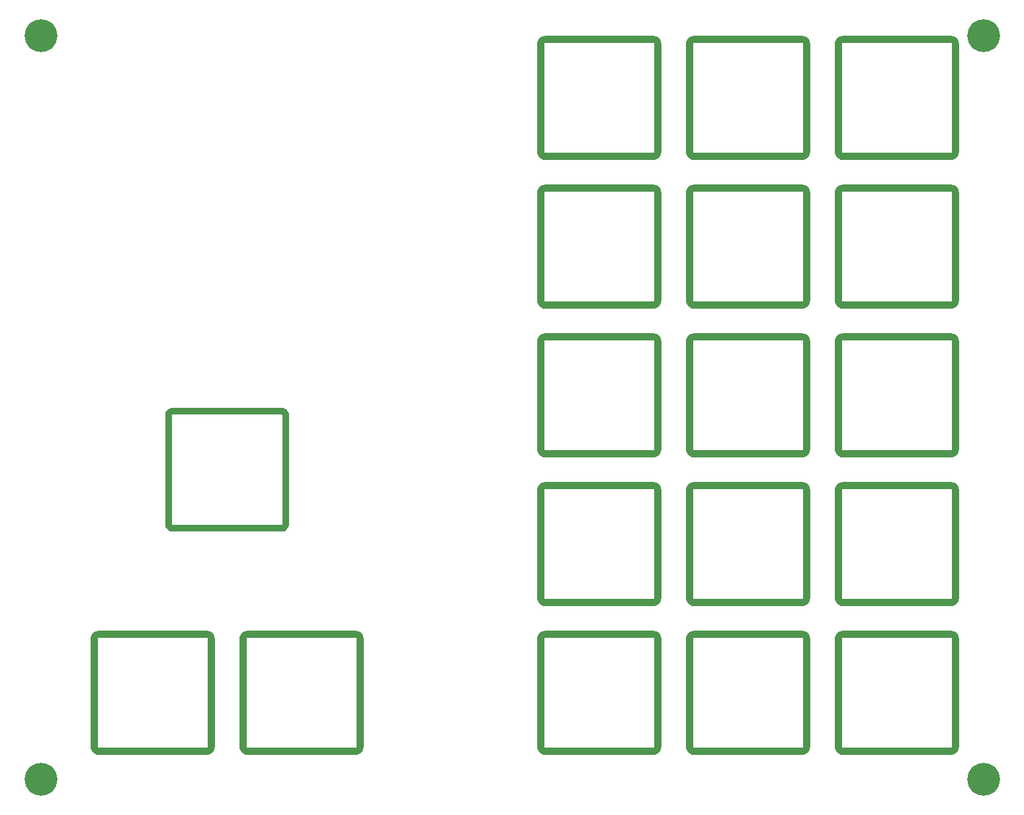
<source format=gbr>
%TF.GenerationSoftware,KiCad,Pcbnew,(5.1.10)-1*%
%TF.CreationDate,2021-08-05T22:39:10+03:00*%
%TF.ProjectId,plate-maker,706c6174-652d-46d6-916b-65722e6b6963,rev?*%
%TF.SameCoordinates,Original*%
%TF.FileFunction,Copper,L2,Bot*%
%TF.FilePolarity,Positive*%
%FSLAX46Y46*%
G04 Gerber Fmt 4.6, Leading zero omitted, Abs format (unit mm)*
G04 Created by KiCad (PCBNEW (5.1.10)-1) date 2021-08-05 22:39:10*
%MOMM*%
%LPD*%
G01*
G04 APERTURE LIST*
%TA.AperFunction,ComponentPad*%
%ADD10C,4.200000*%
%TD*%
%TA.AperFunction,NonConductor*%
%ADD11C,0.254000*%
%TD*%
%TA.AperFunction,NonConductor*%
%ADD12C,0.100000*%
%TD*%
G04 APERTURE END LIST*
D10*
%TO.P,REF\u002A\u002A,*%
%TO.N,*%
X147637500Y-147637500D03*
%TD*%
%TO.P,REF\u002A\u002A,*%
%TO.N,*%
X26987500Y-147637500D03*
%TD*%
%TO.P,REF\u002A\u002A,*%
%TO.N,*%
X26987500Y-52387500D03*
%TD*%
%TO.P,REF\u002A\u002A,*%
%TO.N,*%
X147637500Y-52387500D03*
%TD*%
D11*
X105532689Y-128731876D02*
X105696350Y-128781522D01*
X105847172Y-128862138D01*
X105979370Y-128970630D01*
X106087862Y-129102828D01*
X106168478Y-129253650D01*
X106218124Y-129417311D01*
X106235500Y-129593734D01*
X106235500Y-143456266D01*
X106218124Y-143632689D01*
X106168478Y-143796350D01*
X106087862Y-143947172D01*
X105979370Y-144079370D01*
X105847172Y-144187862D01*
X105696350Y-144268478D01*
X105532689Y-144318124D01*
X105356266Y-144335500D01*
X91493734Y-144335500D01*
X91317311Y-144318124D01*
X91153650Y-144268478D01*
X91002828Y-144187862D01*
X90870630Y-144079370D01*
X90762138Y-143947172D01*
X90681522Y-143796350D01*
X90631876Y-143632689D01*
X90614500Y-143456266D01*
X90614500Y-129593734D01*
X90621269Y-129525000D01*
X91237096Y-129525000D01*
X91238000Y-129534177D01*
X91238001Y-143515813D01*
X91237096Y-143525000D01*
X91240707Y-143561658D01*
X91251399Y-143596908D01*
X91268764Y-143629394D01*
X91292132Y-143657868D01*
X91320606Y-143681236D01*
X91353092Y-143698601D01*
X91388342Y-143709293D01*
X91415823Y-143712000D01*
X91425000Y-143712904D01*
X91434177Y-143712000D01*
X105415823Y-143712000D01*
X105425000Y-143712904D01*
X105434177Y-143712000D01*
X105461658Y-143709293D01*
X105496908Y-143698601D01*
X105529394Y-143681236D01*
X105557868Y-143657868D01*
X105581236Y-143629394D01*
X105598601Y-143596908D01*
X105609293Y-143561658D01*
X105612904Y-143525000D01*
X105612000Y-143515823D01*
X105612000Y-129534177D01*
X105612904Y-129525000D01*
X105609293Y-129488342D01*
X105598601Y-129453092D01*
X105581236Y-129420606D01*
X105557868Y-129392132D01*
X105529394Y-129368764D01*
X105496908Y-129351399D01*
X105461658Y-129340707D01*
X105434177Y-129338000D01*
X105425000Y-129337096D01*
X105415823Y-129338000D01*
X91434177Y-129338000D01*
X91425000Y-129337096D01*
X91415823Y-129338000D01*
X91388342Y-129340707D01*
X91353092Y-129351399D01*
X91320606Y-129368764D01*
X91292132Y-129392132D01*
X91268764Y-129420606D01*
X91251399Y-129453092D01*
X91240707Y-129488342D01*
X91237096Y-129525000D01*
X90621269Y-129525000D01*
X90631876Y-129417311D01*
X90681522Y-129253650D01*
X90762138Y-129102828D01*
X90870630Y-128970630D01*
X91002828Y-128862138D01*
X91153650Y-128781522D01*
X91317311Y-128731876D01*
X91493734Y-128714500D01*
X105356266Y-128714500D01*
X105532689Y-128731876D01*
%TA.AperFunction,NonConductor*%
D12*
G36*
X105532689Y-128731876D02*
G01*
X105696350Y-128781522D01*
X105847172Y-128862138D01*
X105979370Y-128970630D01*
X106087862Y-129102828D01*
X106168478Y-129253650D01*
X106218124Y-129417311D01*
X106235500Y-129593734D01*
X106235500Y-143456266D01*
X106218124Y-143632689D01*
X106168478Y-143796350D01*
X106087862Y-143947172D01*
X105979370Y-144079370D01*
X105847172Y-144187862D01*
X105696350Y-144268478D01*
X105532689Y-144318124D01*
X105356266Y-144335500D01*
X91493734Y-144335500D01*
X91317311Y-144318124D01*
X91153650Y-144268478D01*
X91002828Y-144187862D01*
X90870630Y-144079370D01*
X90762138Y-143947172D01*
X90681522Y-143796350D01*
X90631876Y-143632689D01*
X90614500Y-143456266D01*
X90614500Y-129593734D01*
X90621269Y-129525000D01*
X91237096Y-129525000D01*
X91238000Y-129534177D01*
X91238001Y-143515813D01*
X91237096Y-143525000D01*
X91240707Y-143561658D01*
X91251399Y-143596908D01*
X91268764Y-143629394D01*
X91292132Y-143657868D01*
X91320606Y-143681236D01*
X91353092Y-143698601D01*
X91388342Y-143709293D01*
X91415823Y-143712000D01*
X91425000Y-143712904D01*
X91434177Y-143712000D01*
X105415823Y-143712000D01*
X105425000Y-143712904D01*
X105434177Y-143712000D01*
X105461658Y-143709293D01*
X105496908Y-143698601D01*
X105529394Y-143681236D01*
X105557868Y-143657868D01*
X105581236Y-143629394D01*
X105598601Y-143596908D01*
X105609293Y-143561658D01*
X105612904Y-143525000D01*
X105612000Y-143515823D01*
X105612000Y-129534177D01*
X105612904Y-129525000D01*
X105609293Y-129488342D01*
X105598601Y-129453092D01*
X105581236Y-129420606D01*
X105557868Y-129392132D01*
X105529394Y-129368764D01*
X105496908Y-129351399D01*
X105461658Y-129340707D01*
X105434177Y-129338000D01*
X105425000Y-129337096D01*
X105415823Y-129338000D01*
X91434177Y-129338000D01*
X91425000Y-129337096D01*
X91415823Y-129338000D01*
X91388342Y-129340707D01*
X91353092Y-129351399D01*
X91320606Y-129368764D01*
X91292132Y-129392132D01*
X91268764Y-129420606D01*
X91251399Y-129453092D01*
X91240707Y-129488342D01*
X91237096Y-129525000D01*
X90621269Y-129525000D01*
X90631876Y-129417311D01*
X90681522Y-129253650D01*
X90762138Y-129102828D01*
X90870630Y-128970630D01*
X91002828Y-128862138D01*
X91153650Y-128781522D01*
X91317311Y-128731876D01*
X91493734Y-128714500D01*
X105356266Y-128714500D01*
X105532689Y-128731876D01*
G37*
%TD.AperFunction*%
D11*
X124582689Y-128731876D02*
X124746350Y-128781522D01*
X124897172Y-128862138D01*
X125029370Y-128970630D01*
X125137862Y-129102828D01*
X125218478Y-129253650D01*
X125268124Y-129417311D01*
X125285500Y-129593734D01*
X125285500Y-143456266D01*
X125268124Y-143632689D01*
X125218478Y-143796350D01*
X125137862Y-143947172D01*
X125029370Y-144079370D01*
X124897172Y-144187862D01*
X124746350Y-144268478D01*
X124582689Y-144318124D01*
X124406266Y-144335500D01*
X110543734Y-144335500D01*
X110367311Y-144318124D01*
X110203650Y-144268478D01*
X110052828Y-144187862D01*
X109920630Y-144079370D01*
X109812138Y-143947172D01*
X109731522Y-143796350D01*
X109681876Y-143632689D01*
X109664500Y-143456266D01*
X109664500Y-129593734D01*
X109671269Y-129525000D01*
X110287096Y-129525000D01*
X110288000Y-129534177D01*
X110288001Y-143515813D01*
X110287096Y-143525000D01*
X110290707Y-143561658D01*
X110301399Y-143596908D01*
X110318764Y-143629394D01*
X110342132Y-143657868D01*
X110370606Y-143681236D01*
X110403092Y-143698601D01*
X110438342Y-143709293D01*
X110465823Y-143712000D01*
X110475000Y-143712904D01*
X110484177Y-143712000D01*
X124465823Y-143712000D01*
X124475000Y-143712904D01*
X124484177Y-143712000D01*
X124511658Y-143709293D01*
X124546908Y-143698601D01*
X124579394Y-143681236D01*
X124607868Y-143657868D01*
X124631236Y-143629394D01*
X124648601Y-143596908D01*
X124659293Y-143561658D01*
X124662904Y-143525000D01*
X124662000Y-143515823D01*
X124662000Y-129534177D01*
X124662904Y-129525000D01*
X124659293Y-129488342D01*
X124648601Y-129453092D01*
X124631236Y-129420606D01*
X124607868Y-129392132D01*
X124579394Y-129368764D01*
X124546908Y-129351399D01*
X124511658Y-129340707D01*
X124484177Y-129338000D01*
X124475000Y-129337096D01*
X124465823Y-129338000D01*
X110484177Y-129338000D01*
X110475000Y-129337096D01*
X110465823Y-129338000D01*
X110438342Y-129340707D01*
X110403092Y-129351399D01*
X110370606Y-129368764D01*
X110342132Y-129392132D01*
X110318764Y-129420606D01*
X110301399Y-129453092D01*
X110290707Y-129488342D01*
X110287096Y-129525000D01*
X109671269Y-129525000D01*
X109681876Y-129417311D01*
X109731522Y-129253650D01*
X109812138Y-129102828D01*
X109920630Y-128970630D01*
X110052828Y-128862138D01*
X110203650Y-128781522D01*
X110367311Y-128731876D01*
X110543734Y-128714500D01*
X124406266Y-128714500D01*
X124582689Y-128731876D01*
%TA.AperFunction,NonConductor*%
D12*
G36*
X124582689Y-128731876D02*
G01*
X124746350Y-128781522D01*
X124897172Y-128862138D01*
X125029370Y-128970630D01*
X125137862Y-129102828D01*
X125218478Y-129253650D01*
X125268124Y-129417311D01*
X125285500Y-129593734D01*
X125285500Y-143456266D01*
X125268124Y-143632689D01*
X125218478Y-143796350D01*
X125137862Y-143947172D01*
X125029370Y-144079370D01*
X124897172Y-144187862D01*
X124746350Y-144268478D01*
X124582689Y-144318124D01*
X124406266Y-144335500D01*
X110543734Y-144335500D01*
X110367311Y-144318124D01*
X110203650Y-144268478D01*
X110052828Y-144187862D01*
X109920630Y-144079370D01*
X109812138Y-143947172D01*
X109731522Y-143796350D01*
X109681876Y-143632689D01*
X109664500Y-143456266D01*
X109664500Y-129593734D01*
X109671269Y-129525000D01*
X110287096Y-129525000D01*
X110288000Y-129534177D01*
X110288001Y-143515813D01*
X110287096Y-143525000D01*
X110290707Y-143561658D01*
X110301399Y-143596908D01*
X110318764Y-143629394D01*
X110342132Y-143657868D01*
X110370606Y-143681236D01*
X110403092Y-143698601D01*
X110438342Y-143709293D01*
X110465823Y-143712000D01*
X110475000Y-143712904D01*
X110484177Y-143712000D01*
X124465823Y-143712000D01*
X124475000Y-143712904D01*
X124484177Y-143712000D01*
X124511658Y-143709293D01*
X124546908Y-143698601D01*
X124579394Y-143681236D01*
X124607868Y-143657868D01*
X124631236Y-143629394D01*
X124648601Y-143596908D01*
X124659293Y-143561658D01*
X124662904Y-143525000D01*
X124662000Y-143515823D01*
X124662000Y-129534177D01*
X124662904Y-129525000D01*
X124659293Y-129488342D01*
X124648601Y-129453092D01*
X124631236Y-129420606D01*
X124607868Y-129392132D01*
X124579394Y-129368764D01*
X124546908Y-129351399D01*
X124511658Y-129340707D01*
X124484177Y-129338000D01*
X124475000Y-129337096D01*
X124465823Y-129338000D01*
X110484177Y-129338000D01*
X110475000Y-129337096D01*
X110465823Y-129338000D01*
X110438342Y-129340707D01*
X110403092Y-129351399D01*
X110370606Y-129368764D01*
X110342132Y-129392132D01*
X110318764Y-129420606D01*
X110301399Y-129453092D01*
X110290707Y-129488342D01*
X110287096Y-129525000D01*
X109671269Y-129525000D01*
X109681876Y-129417311D01*
X109731522Y-129253650D01*
X109812138Y-129102828D01*
X109920630Y-128970630D01*
X110052828Y-128862138D01*
X110203650Y-128781522D01*
X110367311Y-128731876D01*
X110543734Y-128714500D01*
X124406266Y-128714500D01*
X124582689Y-128731876D01*
G37*
%TD.AperFunction*%
D11*
X143632689Y-128731876D02*
X143796350Y-128781522D01*
X143947172Y-128862138D01*
X144079370Y-128970630D01*
X144187862Y-129102828D01*
X144268478Y-129253650D01*
X144318124Y-129417311D01*
X144335500Y-129593734D01*
X144335500Y-143456266D01*
X144318124Y-143632689D01*
X144268478Y-143796350D01*
X144187862Y-143947172D01*
X144079370Y-144079370D01*
X143947172Y-144187862D01*
X143796350Y-144268478D01*
X143632689Y-144318124D01*
X143456266Y-144335500D01*
X129593734Y-144335500D01*
X129417311Y-144318124D01*
X129253650Y-144268478D01*
X129102828Y-144187862D01*
X128970630Y-144079370D01*
X128862138Y-143947172D01*
X128781522Y-143796350D01*
X128731876Y-143632689D01*
X128714500Y-143456266D01*
X128714500Y-129593734D01*
X128721269Y-129525000D01*
X129337096Y-129525000D01*
X129338000Y-129534177D01*
X129338001Y-143515813D01*
X129337096Y-143525000D01*
X129340707Y-143561658D01*
X129351399Y-143596908D01*
X129368764Y-143629394D01*
X129392132Y-143657868D01*
X129420606Y-143681236D01*
X129453092Y-143698601D01*
X129488342Y-143709293D01*
X129515823Y-143712000D01*
X129525000Y-143712904D01*
X129534177Y-143712000D01*
X143515823Y-143712000D01*
X143525000Y-143712904D01*
X143534177Y-143712000D01*
X143561658Y-143709293D01*
X143596908Y-143698601D01*
X143629394Y-143681236D01*
X143657868Y-143657868D01*
X143681236Y-143629394D01*
X143698601Y-143596908D01*
X143709293Y-143561658D01*
X143712904Y-143525000D01*
X143712000Y-143515823D01*
X143712000Y-129534177D01*
X143712904Y-129525000D01*
X143709293Y-129488342D01*
X143698601Y-129453092D01*
X143681236Y-129420606D01*
X143657868Y-129392132D01*
X143629394Y-129368764D01*
X143596908Y-129351399D01*
X143561658Y-129340707D01*
X143534177Y-129338000D01*
X143525000Y-129337096D01*
X143515823Y-129338000D01*
X129534177Y-129338000D01*
X129525000Y-129337096D01*
X129515823Y-129338000D01*
X129488342Y-129340707D01*
X129453092Y-129351399D01*
X129420606Y-129368764D01*
X129392132Y-129392132D01*
X129368764Y-129420606D01*
X129351399Y-129453092D01*
X129340707Y-129488342D01*
X129337096Y-129525000D01*
X128721269Y-129525000D01*
X128731876Y-129417311D01*
X128781522Y-129253650D01*
X128862138Y-129102828D01*
X128970630Y-128970630D01*
X129102828Y-128862138D01*
X129253650Y-128781522D01*
X129417311Y-128731876D01*
X129593734Y-128714500D01*
X143456266Y-128714500D01*
X143632689Y-128731876D01*
%TA.AperFunction,NonConductor*%
D12*
G36*
X143632689Y-128731876D02*
G01*
X143796350Y-128781522D01*
X143947172Y-128862138D01*
X144079370Y-128970630D01*
X144187862Y-129102828D01*
X144268478Y-129253650D01*
X144318124Y-129417311D01*
X144335500Y-129593734D01*
X144335500Y-143456266D01*
X144318124Y-143632689D01*
X144268478Y-143796350D01*
X144187862Y-143947172D01*
X144079370Y-144079370D01*
X143947172Y-144187862D01*
X143796350Y-144268478D01*
X143632689Y-144318124D01*
X143456266Y-144335500D01*
X129593734Y-144335500D01*
X129417311Y-144318124D01*
X129253650Y-144268478D01*
X129102828Y-144187862D01*
X128970630Y-144079370D01*
X128862138Y-143947172D01*
X128781522Y-143796350D01*
X128731876Y-143632689D01*
X128714500Y-143456266D01*
X128714500Y-129593734D01*
X128721269Y-129525000D01*
X129337096Y-129525000D01*
X129338000Y-129534177D01*
X129338001Y-143515813D01*
X129337096Y-143525000D01*
X129340707Y-143561658D01*
X129351399Y-143596908D01*
X129368764Y-143629394D01*
X129392132Y-143657868D01*
X129420606Y-143681236D01*
X129453092Y-143698601D01*
X129488342Y-143709293D01*
X129515823Y-143712000D01*
X129525000Y-143712904D01*
X129534177Y-143712000D01*
X143515823Y-143712000D01*
X143525000Y-143712904D01*
X143534177Y-143712000D01*
X143561658Y-143709293D01*
X143596908Y-143698601D01*
X143629394Y-143681236D01*
X143657868Y-143657868D01*
X143681236Y-143629394D01*
X143698601Y-143596908D01*
X143709293Y-143561658D01*
X143712904Y-143525000D01*
X143712000Y-143515823D01*
X143712000Y-129534177D01*
X143712904Y-129525000D01*
X143709293Y-129488342D01*
X143698601Y-129453092D01*
X143681236Y-129420606D01*
X143657868Y-129392132D01*
X143629394Y-129368764D01*
X143596908Y-129351399D01*
X143561658Y-129340707D01*
X143534177Y-129338000D01*
X143525000Y-129337096D01*
X143515823Y-129338000D01*
X129534177Y-129338000D01*
X129525000Y-129337096D01*
X129515823Y-129338000D01*
X129488342Y-129340707D01*
X129453092Y-129351399D01*
X129420606Y-129368764D01*
X129392132Y-129392132D01*
X129368764Y-129420606D01*
X129351399Y-129453092D01*
X129340707Y-129488342D01*
X129337096Y-129525000D01*
X128721269Y-129525000D01*
X128731876Y-129417311D01*
X128781522Y-129253650D01*
X128862138Y-129102828D01*
X128970630Y-128970630D01*
X129102828Y-128862138D01*
X129253650Y-128781522D01*
X129417311Y-128731876D01*
X129593734Y-128714500D01*
X143456266Y-128714500D01*
X143632689Y-128731876D01*
G37*
%TD.AperFunction*%
D11*
X143632689Y-109681876D02*
X143796350Y-109731522D01*
X143947172Y-109812138D01*
X144079370Y-109920630D01*
X144187862Y-110052828D01*
X144268478Y-110203650D01*
X144318124Y-110367311D01*
X144335500Y-110543734D01*
X144335500Y-124406266D01*
X144318124Y-124582689D01*
X144268478Y-124746350D01*
X144187862Y-124897172D01*
X144079370Y-125029370D01*
X143947172Y-125137862D01*
X143796350Y-125218478D01*
X143632689Y-125268124D01*
X143456266Y-125285500D01*
X129593734Y-125285500D01*
X129417311Y-125268124D01*
X129253650Y-125218478D01*
X129102828Y-125137862D01*
X128970630Y-125029370D01*
X128862138Y-124897172D01*
X128781522Y-124746350D01*
X128731876Y-124582689D01*
X128714500Y-124406266D01*
X128714500Y-110543734D01*
X128721269Y-110475000D01*
X129337096Y-110475000D01*
X129338000Y-110484177D01*
X129338001Y-124465813D01*
X129337096Y-124475000D01*
X129340707Y-124511658D01*
X129351399Y-124546908D01*
X129368764Y-124579394D01*
X129392132Y-124607868D01*
X129420606Y-124631236D01*
X129453092Y-124648601D01*
X129488342Y-124659293D01*
X129515823Y-124662000D01*
X129525000Y-124662904D01*
X129534177Y-124662000D01*
X143515823Y-124662000D01*
X143525000Y-124662904D01*
X143534177Y-124662000D01*
X143561658Y-124659293D01*
X143596908Y-124648601D01*
X143629394Y-124631236D01*
X143657868Y-124607868D01*
X143681236Y-124579394D01*
X143698601Y-124546908D01*
X143709293Y-124511658D01*
X143712904Y-124475000D01*
X143712000Y-124465823D01*
X143712000Y-110484177D01*
X143712904Y-110475000D01*
X143709293Y-110438342D01*
X143698601Y-110403092D01*
X143681236Y-110370606D01*
X143657868Y-110342132D01*
X143629394Y-110318764D01*
X143596908Y-110301399D01*
X143561658Y-110290707D01*
X143534177Y-110288000D01*
X143525000Y-110287096D01*
X143515823Y-110288000D01*
X129534177Y-110288000D01*
X129525000Y-110287096D01*
X129515823Y-110288000D01*
X129488342Y-110290707D01*
X129453092Y-110301399D01*
X129420606Y-110318764D01*
X129392132Y-110342132D01*
X129368764Y-110370606D01*
X129351399Y-110403092D01*
X129340707Y-110438342D01*
X129337096Y-110475000D01*
X128721269Y-110475000D01*
X128731876Y-110367311D01*
X128781522Y-110203650D01*
X128862138Y-110052828D01*
X128970630Y-109920630D01*
X129102828Y-109812138D01*
X129253650Y-109731522D01*
X129417311Y-109681876D01*
X129593734Y-109664500D01*
X143456266Y-109664500D01*
X143632689Y-109681876D01*
%TA.AperFunction,NonConductor*%
D12*
G36*
X143632689Y-109681876D02*
G01*
X143796350Y-109731522D01*
X143947172Y-109812138D01*
X144079370Y-109920630D01*
X144187862Y-110052828D01*
X144268478Y-110203650D01*
X144318124Y-110367311D01*
X144335500Y-110543734D01*
X144335500Y-124406266D01*
X144318124Y-124582689D01*
X144268478Y-124746350D01*
X144187862Y-124897172D01*
X144079370Y-125029370D01*
X143947172Y-125137862D01*
X143796350Y-125218478D01*
X143632689Y-125268124D01*
X143456266Y-125285500D01*
X129593734Y-125285500D01*
X129417311Y-125268124D01*
X129253650Y-125218478D01*
X129102828Y-125137862D01*
X128970630Y-125029370D01*
X128862138Y-124897172D01*
X128781522Y-124746350D01*
X128731876Y-124582689D01*
X128714500Y-124406266D01*
X128714500Y-110543734D01*
X128721269Y-110475000D01*
X129337096Y-110475000D01*
X129338000Y-110484177D01*
X129338001Y-124465813D01*
X129337096Y-124475000D01*
X129340707Y-124511658D01*
X129351399Y-124546908D01*
X129368764Y-124579394D01*
X129392132Y-124607868D01*
X129420606Y-124631236D01*
X129453092Y-124648601D01*
X129488342Y-124659293D01*
X129515823Y-124662000D01*
X129525000Y-124662904D01*
X129534177Y-124662000D01*
X143515823Y-124662000D01*
X143525000Y-124662904D01*
X143534177Y-124662000D01*
X143561658Y-124659293D01*
X143596908Y-124648601D01*
X143629394Y-124631236D01*
X143657868Y-124607868D01*
X143681236Y-124579394D01*
X143698601Y-124546908D01*
X143709293Y-124511658D01*
X143712904Y-124475000D01*
X143712000Y-124465823D01*
X143712000Y-110484177D01*
X143712904Y-110475000D01*
X143709293Y-110438342D01*
X143698601Y-110403092D01*
X143681236Y-110370606D01*
X143657868Y-110342132D01*
X143629394Y-110318764D01*
X143596908Y-110301399D01*
X143561658Y-110290707D01*
X143534177Y-110288000D01*
X143525000Y-110287096D01*
X143515823Y-110288000D01*
X129534177Y-110288000D01*
X129525000Y-110287096D01*
X129515823Y-110288000D01*
X129488342Y-110290707D01*
X129453092Y-110301399D01*
X129420606Y-110318764D01*
X129392132Y-110342132D01*
X129368764Y-110370606D01*
X129351399Y-110403092D01*
X129340707Y-110438342D01*
X129337096Y-110475000D01*
X128721269Y-110475000D01*
X128731876Y-110367311D01*
X128781522Y-110203650D01*
X128862138Y-110052828D01*
X128970630Y-109920630D01*
X129102828Y-109812138D01*
X129253650Y-109731522D01*
X129417311Y-109681876D01*
X129593734Y-109664500D01*
X143456266Y-109664500D01*
X143632689Y-109681876D01*
G37*
%TD.AperFunction*%
D11*
X124582689Y-109681876D02*
X124746350Y-109731522D01*
X124897172Y-109812138D01*
X125029370Y-109920630D01*
X125137862Y-110052828D01*
X125218478Y-110203650D01*
X125268124Y-110367311D01*
X125285500Y-110543734D01*
X125285500Y-124406266D01*
X125268124Y-124582689D01*
X125218478Y-124746350D01*
X125137862Y-124897172D01*
X125029370Y-125029370D01*
X124897172Y-125137862D01*
X124746350Y-125218478D01*
X124582689Y-125268124D01*
X124406266Y-125285500D01*
X110543734Y-125285500D01*
X110367311Y-125268124D01*
X110203650Y-125218478D01*
X110052828Y-125137862D01*
X109920630Y-125029370D01*
X109812138Y-124897172D01*
X109731522Y-124746350D01*
X109681876Y-124582689D01*
X109664500Y-124406266D01*
X109664500Y-110543734D01*
X109671269Y-110475000D01*
X110287096Y-110475000D01*
X110288000Y-110484177D01*
X110288001Y-124465813D01*
X110287096Y-124475000D01*
X110290707Y-124511658D01*
X110301399Y-124546908D01*
X110318764Y-124579394D01*
X110342132Y-124607868D01*
X110370606Y-124631236D01*
X110403092Y-124648601D01*
X110438342Y-124659293D01*
X110465823Y-124662000D01*
X110475000Y-124662904D01*
X110484177Y-124662000D01*
X124465823Y-124662000D01*
X124475000Y-124662904D01*
X124484177Y-124662000D01*
X124511658Y-124659293D01*
X124546908Y-124648601D01*
X124579394Y-124631236D01*
X124607868Y-124607868D01*
X124631236Y-124579394D01*
X124648601Y-124546908D01*
X124659293Y-124511658D01*
X124662904Y-124475000D01*
X124662000Y-124465823D01*
X124662000Y-110484177D01*
X124662904Y-110475000D01*
X124659293Y-110438342D01*
X124648601Y-110403092D01*
X124631236Y-110370606D01*
X124607868Y-110342132D01*
X124579394Y-110318764D01*
X124546908Y-110301399D01*
X124511658Y-110290707D01*
X124484177Y-110288000D01*
X124475000Y-110287096D01*
X124465823Y-110288000D01*
X110484177Y-110288000D01*
X110475000Y-110287096D01*
X110465823Y-110288000D01*
X110438342Y-110290707D01*
X110403092Y-110301399D01*
X110370606Y-110318764D01*
X110342132Y-110342132D01*
X110318764Y-110370606D01*
X110301399Y-110403092D01*
X110290707Y-110438342D01*
X110287096Y-110475000D01*
X109671269Y-110475000D01*
X109681876Y-110367311D01*
X109731522Y-110203650D01*
X109812138Y-110052828D01*
X109920630Y-109920630D01*
X110052828Y-109812138D01*
X110203650Y-109731522D01*
X110367311Y-109681876D01*
X110543734Y-109664500D01*
X124406266Y-109664500D01*
X124582689Y-109681876D01*
%TA.AperFunction,NonConductor*%
D12*
G36*
X124582689Y-109681876D02*
G01*
X124746350Y-109731522D01*
X124897172Y-109812138D01*
X125029370Y-109920630D01*
X125137862Y-110052828D01*
X125218478Y-110203650D01*
X125268124Y-110367311D01*
X125285500Y-110543734D01*
X125285500Y-124406266D01*
X125268124Y-124582689D01*
X125218478Y-124746350D01*
X125137862Y-124897172D01*
X125029370Y-125029370D01*
X124897172Y-125137862D01*
X124746350Y-125218478D01*
X124582689Y-125268124D01*
X124406266Y-125285500D01*
X110543734Y-125285500D01*
X110367311Y-125268124D01*
X110203650Y-125218478D01*
X110052828Y-125137862D01*
X109920630Y-125029370D01*
X109812138Y-124897172D01*
X109731522Y-124746350D01*
X109681876Y-124582689D01*
X109664500Y-124406266D01*
X109664500Y-110543734D01*
X109671269Y-110475000D01*
X110287096Y-110475000D01*
X110288000Y-110484177D01*
X110288001Y-124465813D01*
X110287096Y-124475000D01*
X110290707Y-124511658D01*
X110301399Y-124546908D01*
X110318764Y-124579394D01*
X110342132Y-124607868D01*
X110370606Y-124631236D01*
X110403092Y-124648601D01*
X110438342Y-124659293D01*
X110465823Y-124662000D01*
X110475000Y-124662904D01*
X110484177Y-124662000D01*
X124465823Y-124662000D01*
X124475000Y-124662904D01*
X124484177Y-124662000D01*
X124511658Y-124659293D01*
X124546908Y-124648601D01*
X124579394Y-124631236D01*
X124607868Y-124607868D01*
X124631236Y-124579394D01*
X124648601Y-124546908D01*
X124659293Y-124511658D01*
X124662904Y-124475000D01*
X124662000Y-124465823D01*
X124662000Y-110484177D01*
X124662904Y-110475000D01*
X124659293Y-110438342D01*
X124648601Y-110403092D01*
X124631236Y-110370606D01*
X124607868Y-110342132D01*
X124579394Y-110318764D01*
X124546908Y-110301399D01*
X124511658Y-110290707D01*
X124484177Y-110288000D01*
X124475000Y-110287096D01*
X124465823Y-110288000D01*
X110484177Y-110288000D01*
X110475000Y-110287096D01*
X110465823Y-110288000D01*
X110438342Y-110290707D01*
X110403092Y-110301399D01*
X110370606Y-110318764D01*
X110342132Y-110342132D01*
X110318764Y-110370606D01*
X110301399Y-110403092D01*
X110290707Y-110438342D01*
X110287096Y-110475000D01*
X109671269Y-110475000D01*
X109681876Y-110367311D01*
X109731522Y-110203650D01*
X109812138Y-110052828D01*
X109920630Y-109920630D01*
X110052828Y-109812138D01*
X110203650Y-109731522D01*
X110367311Y-109681876D01*
X110543734Y-109664500D01*
X124406266Y-109664500D01*
X124582689Y-109681876D01*
G37*
%TD.AperFunction*%
D11*
X105532689Y-109681876D02*
X105696350Y-109731522D01*
X105847172Y-109812138D01*
X105979370Y-109920630D01*
X106087862Y-110052828D01*
X106168478Y-110203650D01*
X106218124Y-110367311D01*
X106235500Y-110543734D01*
X106235500Y-124406266D01*
X106218124Y-124582689D01*
X106168478Y-124746350D01*
X106087862Y-124897172D01*
X105979370Y-125029370D01*
X105847172Y-125137862D01*
X105696350Y-125218478D01*
X105532689Y-125268124D01*
X105356266Y-125285500D01*
X91493734Y-125285500D01*
X91317311Y-125268124D01*
X91153650Y-125218478D01*
X91002828Y-125137862D01*
X90870630Y-125029370D01*
X90762138Y-124897172D01*
X90681522Y-124746350D01*
X90631876Y-124582689D01*
X90614500Y-124406266D01*
X90614500Y-110543734D01*
X90621269Y-110475000D01*
X91237096Y-110475000D01*
X91238000Y-110484177D01*
X91238001Y-124465813D01*
X91237096Y-124475000D01*
X91240707Y-124511658D01*
X91251399Y-124546908D01*
X91268764Y-124579394D01*
X91292132Y-124607868D01*
X91320606Y-124631236D01*
X91353092Y-124648601D01*
X91388342Y-124659293D01*
X91415823Y-124662000D01*
X91425000Y-124662904D01*
X91434177Y-124662000D01*
X105415823Y-124662000D01*
X105425000Y-124662904D01*
X105434177Y-124662000D01*
X105461658Y-124659293D01*
X105496908Y-124648601D01*
X105529394Y-124631236D01*
X105557868Y-124607868D01*
X105581236Y-124579394D01*
X105598601Y-124546908D01*
X105609293Y-124511658D01*
X105612904Y-124475000D01*
X105612000Y-124465823D01*
X105612000Y-110484177D01*
X105612904Y-110475000D01*
X105609293Y-110438342D01*
X105598601Y-110403092D01*
X105581236Y-110370606D01*
X105557868Y-110342132D01*
X105529394Y-110318764D01*
X105496908Y-110301399D01*
X105461658Y-110290707D01*
X105434177Y-110288000D01*
X105425000Y-110287096D01*
X105415823Y-110288000D01*
X91434177Y-110288000D01*
X91425000Y-110287096D01*
X91415823Y-110288000D01*
X91388342Y-110290707D01*
X91353092Y-110301399D01*
X91320606Y-110318764D01*
X91292132Y-110342132D01*
X91268764Y-110370606D01*
X91251399Y-110403092D01*
X91240707Y-110438342D01*
X91237096Y-110475000D01*
X90621269Y-110475000D01*
X90631876Y-110367311D01*
X90681522Y-110203650D01*
X90762138Y-110052828D01*
X90870630Y-109920630D01*
X91002828Y-109812138D01*
X91153650Y-109731522D01*
X91317311Y-109681876D01*
X91493734Y-109664500D01*
X105356266Y-109664500D01*
X105532689Y-109681876D01*
%TA.AperFunction,NonConductor*%
D12*
G36*
X105532689Y-109681876D02*
G01*
X105696350Y-109731522D01*
X105847172Y-109812138D01*
X105979370Y-109920630D01*
X106087862Y-110052828D01*
X106168478Y-110203650D01*
X106218124Y-110367311D01*
X106235500Y-110543734D01*
X106235500Y-124406266D01*
X106218124Y-124582689D01*
X106168478Y-124746350D01*
X106087862Y-124897172D01*
X105979370Y-125029370D01*
X105847172Y-125137862D01*
X105696350Y-125218478D01*
X105532689Y-125268124D01*
X105356266Y-125285500D01*
X91493734Y-125285500D01*
X91317311Y-125268124D01*
X91153650Y-125218478D01*
X91002828Y-125137862D01*
X90870630Y-125029370D01*
X90762138Y-124897172D01*
X90681522Y-124746350D01*
X90631876Y-124582689D01*
X90614500Y-124406266D01*
X90614500Y-110543734D01*
X90621269Y-110475000D01*
X91237096Y-110475000D01*
X91238000Y-110484177D01*
X91238001Y-124465813D01*
X91237096Y-124475000D01*
X91240707Y-124511658D01*
X91251399Y-124546908D01*
X91268764Y-124579394D01*
X91292132Y-124607868D01*
X91320606Y-124631236D01*
X91353092Y-124648601D01*
X91388342Y-124659293D01*
X91415823Y-124662000D01*
X91425000Y-124662904D01*
X91434177Y-124662000D01*
X105415823Y-124662000D01*
X105425000Y-124662904D01*
X105434177Y-124662000D01*
X105461658Y-124659293D01*
X105496908Y-124648601D01*
X105529394Y-124631236D01*
X105557868Y-124607868D01*
X105581236Y-124579394D01*
X105598601Y-124546908D01*
X105609293Y-124511658D01*
X105612904Y-124475000D01*
X105612000Y-124465823D01*
X105612000Y-110484177D01*
X105612904Y-110475000D01*
X105609293Y-110438342D01*
X105598601Y-110403092D01*
X105581236Y-110370606D01*
X105557868Y-110342132D01*
X105529394Y-110318764D01*
X105496908Y-110301399D01*
X105461658Y-110290707D01*
X105434177Y-110288000D01*
X105425000Y-110287096D01*
X105415823Y-110288000D01*
X91434177Y-110288000D01*
X91425000Y-110287096D01*
X91415823Y-110288000D01*
X91388342Y-110290707D01*
X91353092Y-110301399D01*
X91320606Y-110318764D01*
X91292132Y-110342132D01*
X91268764Y-110370606D01*
X91251399Y-110403092D01*
X91240707Y-110438342D01*
X91237096Y-110475000D01*
X90621269Y-110475000D01*
X90631876Y-110367311D01*
X90681522Y-110203650D01*
X90762138Y-110052828D01*
X90870630Y-109920630D01*
X91002828Y-109812138D01*
X91153650Y-109731522D01*
X91317311Y-109681876D01*
X91493734Y-109664500D01*
X105356266Y-109664500D01*
X105532689Y-109681876D01*
G37*
%TD.AperFunction*%
D11*
X105532689Y-90631876D02*
X105696350Y-90681522D01*
X105847172Y-90762138D01*
X105979370Y-90870630D01*
X106087862Y-91002828D01*
X106168478Y-91153650D01*
X106218124Y-91317311D01*
X106235500Y-91493734D01*
X106235500Y-105356266D01*
X106218124Y-105532689D01*
X106168478Y-105696350D01*
X106087862Y-105847172D01*
X105979370Y-105979370D01*
X105847172Y-106087862D01*
X105696350Y-106168478D01*
X105532689Y-106218124D01*
X105356266Y-106235500D01*
X91493734Y-106235500D01*
X91317311Y-106218124D01*
X91153650Y-106168478D01*
X91002828Y-106087862D01*
X90870630Y-105979370D01*
X90762138Y-105847172D01*
X90681522Y-105696350D01*
X90631876Y-105532689D01*
X90614500Y-105356266D01*
X90614500Y-91493734D01*
X90621269Y-91425000D01*
X91237096Y-91425000D01*
X91238000Y-91434177D01*
X91238001Y-105415813D01*
X91237096Y-105425000D01*
X91240707Y-105461658D01*
X91251399Y-105496908D01*
X91268764Y-105529394D01*
X91292132Y-105557868D01*
X91320606Y-105581236D01*
X91353092Y-105598601D01*
X91388342Y-105609293D01*
X91415823Y-105612000D01*
X91425000Y-105612904D01*
X91434177Y-105612000D01*
X105415823Y-105612000D01*
X105425000Y-105612904D01*
X105434177Y-105612000D01*
X105461658Y-105609293D01*
X105496908Y-105598601D01*
X105529394Y-105581236D01*
X105557868Y-105557868D01*
X105581236Y-105529394D01*
X105598601Y-105496908D01*
X105609293Y-105461658D01*
X105612904Y-105425000D01*
X105612000Y-105415823D01*
X105612000Y-91434177D01*
X105612904Y-91425000D01*
X105609293Y-91388342D01*
X105598601Y-91353092D01*
X105581236Y-91320606D01*
X105557868Y-91292132D01*
X105529394Y-91268764D01*
X105496908Y-91251399D01*
X105461658Y-91240707D01*
X105434177Y-91238000D01*
X105425000Y-91237096D01*
X105415823Y-91238000D01*
X91434177Y-91238000D01*
X91425000Y-91237096D01*
X91415823Y-91238000D01*
X91388342Y-91240707D01*
X91353092Y-91251399D01*
X91320606Y-91268764D01*
X91292132Y-91292132D01*
X91268764Y-91320606D01*
X91251399Y-91353092D01*
X91240707Y-91388342D01*
X91237096Y-91425000D01*
X90621269Y-91425000D01*
X90631876Y-91317311D01*
X90681522Y-91153650D01*
X90762138Y-91002828D01*
X90870630Y-90870630D01*
X91002828Y-90762138D01*
X91153650Y-90681522D01*
X91317311Y-90631876D01*
X91493734Y-90614500D01*
X105356266Y-90614500D01*
X105532689Y-90631876D01*
%TA.AperFunction,NonConductor*%
D12*
G36*
X105532689Y-90631876D02*
G01*
X105696350Y-90681522D01*
X105847172Y-90762138D01*
X105979370Y-90870630D01*
X106087862Y-91002828D01*
X106168478Y-91153650D01*
X106218124Y-91317311D01*
X106235500Y-91493734D01*
X106235500Y-105356266D01*
X106218124Y-105532689D01*
X106168478Y-105696350D01*
X106087862Y-105847172D01*
X105979370Y-105979370D01*
X105847172Y-106087862D01*
X105696350Y-106168478D01*
X105532689Y-106218124D01*
X105356266Y-106235500D01*
X91493734Y-106235500D01*
X91317311Y-106218124D01*
X91153650Y-106168478D01*
X91002828Y-106087862D01*
X90870630Y-105979370D01*
X90762138Y-105847172D01*
X90681522Y-105696350D01*
X90631876Y-105532689D01*
X90614500Y-105356266D01*
X90614500Y-91493734D01*
X90621269Y-91425000D01*
X91237096Y-91425000D01*
X91238000Y-91434177D01*
X91238001Y-105415813D01*
X91237096Y-105425000D01*
X91240707Y-105461658D01*
X91251399Y-105496908D01*
X91268764Y-105529394D01*
X91292132Y-105557868D01*
X91320606Y-105581236D01*
X91353092Y-105598601D01*
X91388342Y-105609293D01*
X91415823Y-105612000D01*
X91425000Y-105612904D01*
X91434177Y-105612000D01*
X105415823Y-105612000D01*
X105425000Y-105612904D01*
X105434177Y-105612000D01*
X105461658Y-105609293D01*
X105496908Y-105598601D01*
X105529394Y-105581236D01*
X105557868Y-105557868D01*
X105581236Y-105529394D01*
X105598601Y-105496908D01*
X105609293Y-105461658D01*
X105612904Y-105425000D01*
X105612000Y-105415823D01*
X105612000Y-91434177D01*
X105612904Y-91425000D01*
X105609293Y-91388342D01*
X105598601Y-91353092D01*
X105581236Y-91320606D01*
X105557868Y-91292132D01*
X105529394Y-91268764D01*
X105496908Y-91251399D01*
X105461658Y-91240707D01*
X105434177Y-91238000D01*
X105425000Y-91237096D01*
X105415823Y-91238000D01*
X91434177Y-91238000D01*
X91425000Y-91237096D01*
X91415823Y-91238000D01*
X91388342Y-91240707D01*
X91353092Y-91251399D01*
X91320606Y-91268764D01*
X91292132Y-91292132D01*
X91268764Y-91320606D01*
X91251399Y-91353092D01*
X91240707Y-91388342D01*
X91237096Y-91425000D01*
X90621269Y-91425000D01*
X90631876Y-91317311D01*
X90681522Y-91153650D01*
X90762138Y-91002828D01*
X90870630Y-90870630D01*
X91002828Y-90762138D01*
X91153650Y-90681522D01*
X91317311Y-90631876D01*
X91493734Y-90614500D01*
X105356266Y-90614500D01*
X105532689Y-90631876D01*
G37*
%TD.AperFunction*%
D11*
X124582689Y-90631876D02*
X124746350Y-90681522D01*
X124897172Y-90762138D01*
X125029370Y-90870630D01*
X125137862Y-91002828D01*
X125218478Y-91153650D01*
X125268124Y-91317311D01*
X125285500Y-91493734D01*
X125285500Y-105356266D01*
X125268124Y-105532689D01*
X125218478Y-105696350D01*
X125137862Y-105847172D01*
X125029370Y-105979370D01*
X124897172Y-106087862D01*
X124746350Y-106168478D01*
X124582689Y-106218124D01*
X124406266Y-106235500D01*
X110543734Y-106235500D01*
X110367311Y-106218124D01*
X110203650Y-106168478D01*
X110052828Y-106087862D01*
X109920630Y-105979370D01*
X109812138Y-105847172D01*
X109731522Y-105696350D01*
X109681876Y-105532689D01*
X109664500Y-105356266D01*
X109664500Y-91493734D01*
X109671269Y-91425000D01*
X110287096Y-91425000D01*
X110288000Y-91434177D01*
X110288001Y-105415813D01*
X110287096Y-105425000D01*
X110290707Y-105461658D01*
X110301399Y-105496908D01*
X110318764Y-105529394D01*
X110342132Y-105557868D01*
X110370606Y-105581236D01*
X110403092Y-105598601D01*
X110438342Y-105609293D01*
X110465823Y-105612000D01*
X110475000Y-105612904D01*
X110484177Y-105612000D01*
X124465823Y-105612000D01*
X124475000Y-105612904D01*
X124484177Y-105612000D01*
X124511658Y-105609293D01*
X124546908Y-105598601D01*
X124579394Y-105581236D01*
X124607868Y-105557868D01*
X124631236Y-105529394D01*
X124648601Y-105496908D01*
X124659293Y-105461658D01*
X124662904Y-105425000D01*
X124662000Y-105415823D01*
X124662000Y-91434177D01*
X124662904Y-91425000D01*
X124659293Y-91388342D01*
X124648601Y-91353092D01*
X124631236Y-91320606D01*
X124607868Y-91292132D01*
X124579394Y-91268764D01*
X124546908Y-91251399D01*
X124511658Y-91240707D01*
X124484177Y-91238000D01*
X124475000Y-91237096D01*
X124465823Y-91238000D01*
X110484177Y-91238000D01*
X110475000Y-91237096D01*
X110465823Y-91238000D01*
X110438342Y-91240707D01*
X110403092Y-91251399D01*
X110370606Y-91268764D01*
X110342132Y-91292132D01*
X110318764Y-91320606D01*
X110301399Y-91353092D01*
X110290707Y-91388342D01*
X110287096Y-91425000D01*
X109671269Y-91425000D01*
X109681876Y-91317311D01*
X109731522Y-91153650D01*
X109812138Y-91002828D01*
X109920630Y-90870630D01*
X110052828Y-90762138D01*
X110203650Y-90681522D01*
X110367311Y-90631876D01*
X110543734Y-90614500D01*
X124406266Y-90614500D01*
X124582689Y-90631876D01*
%TA.AperFunction,NonConductor*%
D12*
G36*
X124582689Y-90631876D02*
G01*
X124746350Y-90681522D01*
X124897172Y-90762138D01*
X125029370Y-90870630D01*
X125137862Y-91002828D01*
X125218478Y-91153650D01*
X125268124Y-91317311D01*
X125285500Y-91493734D01*
X125285500Y-105356266D01*
X125268124Y-105532689D01*
X125218478Y-105696350D01*
X125137862Y-105847172D01*
X125029370Y-105979370D01*
X124897172Y-106087862D01*
X124746350Y-106168478D01*
X124582689Y-106218124D01*
X124406266Y-106235500D01*
X110543734Y-106235500D01*
X110367311Y-106218124D01*
X110203650Y-106168478D01*
X110052828Y-106087862D01*
X109920630Y-105979370D01*
X109812138Y-105847172D01*
X109731522Y-105696350D01*
X109681876Y-105532689D01*
X109664500Y-105356266D01*
X109664500Y-91493734D01*
X109671269Y-91425000D01*
X110287096Y-91425000D01*
X110288000Y-91434177D01*
X110288001Y-105415813D01*
X110287096Y-105425000D01*
X110290707Y-105461658D01*
X110301399Y-105496908D01*
X110318764Y-105529394D01*
X110342132Y-105557868D01*
X110370606Y-105581236D01*
X110403092Y-105598601D01*
X110438342Y-105609293D01*
X110465823Y-105612000D01*
X110475000Y-105612904D01*
X110484177Y-105612000D01*
X124465823Y-105612000D01*
X124475000Y-105612904D01*
X124484177Y-105612000D01*
X124511658Y-105609293D01*
X124546908Y-105598601D01*
X124579394Y-105581236D01*
X124607868Y-105557868D01*
X124631236Y-105529394D01*
X124648601Y-105496908D01*
X124659293Y-105461658D01*
X124662904Y-105425000D01*
X124662000Y-105415823D01*
X124662000Y-91434177D01*
X124662904Y-91425000D01*
X124659293Y-91388342D01*
X124648601Y-91353092D01*
X124631236Y-91320606D01*
X124607868Y-91292132D01*
X124579394Y-91268764D01*
X124546908Y-91251399D01*
X124511658Y-91240707D01*
X124484177Y-91238000D01*
X124475000Y-91237096D01*
X124465823Y-91238000D01*
X110484177Y-91238000D01*
X110475000Y-91237096D01*
X110465823Y-91238000D01*
X110438342Y-91240707D01*
X110403092Y-91251399D01*
X110370606Y-91268764D01*
X110342132Y-91292132D01*
X110318764Y-91320606D01*
X110301399Y-91353092D01*
X110290707Y-91388342D01*
X110287096Y-91425000D01*
X109671269Y-91425000D01*
X109681876Y-91317311D01*
X109731522Y-91153650D01*
X109812138Y-91002828D01*
X109920630Y-90870630D01*
X110052828Y-90762138D01*
X110203650Y-90681522D01*
X110367311Y-90631876D01*
X110543734Y-90614500D01*
X124406266Y-90614500D01*
X124582689Y-90631876D01*
G37*
%TD.AperFunction*%
D11*
X143632689Y-90631876D02*
X143796350Y-90681522D01*
X143947172Y-90762138D01*
X144079370Y-90870630D01*
X144187862Y-91002828D01*
X144268478Y-91153650D01*
X144318124Y-91317311D01*
X144335500Y-91493734D01*
X144335500Y-105356266D01*
X144318124Y-105532689D01*
X144268478Y-105696350D01*
X144187862Y-105847172D01*
X144079370Y-105979370D01*
X143947172Y-106087862D01*
X143796350Y-106168478D01*
X143632689Y-106218124D01*
X143456266Y-106235500D01*
X129593734Y-106235500D01*
X129417311Y-106218124D01*
X129253650Y-106168478D01*
X129102828Y-106087862D01*
X128970630Y-105979370D01*
X128862138Y-105847172D01*
X128781522Y-105696350D01*
X128731876Y-105532689D01*
X128714500Y-105356266D01*
X128714500Y-91493734D01*
X128721269Y-91425000D01*
X129337096Y-91425000D01*
X129338000Y-91434177D01*
X129338001Y-105415813D01*
X129337096Y-105425000D01*
X129340707Y-105461658D01*
X129351399Y-105496908D01*
X129368764Y-105529394D01*
X129392132Y-105557868D01*
X129420606Y-105581236D01*
X129453092Y-105598601D01*
X129488342Y-105609293D01*
X129515823Y-105612000D01*
X129525000Y-105612904D01*
X129534177Y-105612000D01*
X143515823Y-105612000D01*
X143525000Y-105612904D01*
X143534177Y-105612000D01*
X143561658Y-105609293D01*
X143596908Y-105598601D01*
X143629394Y-105581236D01*
X143657868Y-105557868D01*
X143681236Y-105529394D01*
X143698601Y-105496908D01*
X143709293Y-105461658D01*
X143712904Y-105425000D01*
X143712000Y-105415823D01*
X143712000Y-91434177D01*
X143712904Y-91425000D01*
X143709293Y-91388342D01*
X143698601Y-91353092D01*
X143681236Y-91320606D01*
X143657868Y-91292132D01*
X143629394Y-91268764D01*
X143596908Y-91251399D01*
X143561658Y-91240707D01*
X143534177Y-91238000D01*
X143525000Y-91237096D01*
X143515823Y-91238000D01*
X129534177Y-91238000D01*
X129525000Y-91237096D01*
X129515823Y-91238000D01*
X129488342Y-91240707D01*
X129453092Y-91251399D01*
X129420606Y-91268764D01*
X129392132Y-91292132D01*
X129368764Y-91320606D01*
X129351399Y-91353092D01*
X129340707Y-91388342D01*
X129337096Y-91425000D01*
X128721269Y-91425000D01*
X128731876Y-91317311D01*
X128781522Y-91153650D01*
X128862138Y-91002828D01*
X128970630Y-90870630D01*
X129102828Y-90762138D01*
X129253650Y-90681522D01*
X129417311Y-90631876D01*
X129593734Y-90614500D01*
X143456266Y-90614500D01*
X143632689Y-90631876D01*
%TA.AperFunction,NonConductor*%
D12*
G36*
X143632689Y-90631876D02*
G01*
X143796350Y-90681522D01*
X143947172Y-90762138D01*
X144079370Y-90870630D01*
X144187862Y-91002828D01*
X144268478Y-91153650D01*
X144318124Y-91317311D01*
X144335500Y-91493734D01*
X144335500Y-105356266D01*
X144318124Y-105532689D01*
X144268478Y-105696350D01*
X144187862Y-105847172D01*
X144079370Y-105979370D01*
X143947172Y-106087862D01*
X143796350Y-106168478D01*
X143632689Y-106218124D01*
X143456266Y-106235500D01*
X129593734Y-106235500D01*
X129417311Y-106218124D01*
X129253650Y-106168478D01*
X129102828Y-106087862D01*
X128970630Y-105979370D01*
X128862138Y-105847172D01*
X128781522Y-105696350D01*
X128731876Y-105532689D01*
X128714500Y-105356266D01*
X128714500Y-91493734D01*
X128721269Y-91425000D01*
X129337096Y-91425000D01*
X129338000Y-91434177D01*
X129338001Y-105415813D01*
X129337096Y-105425000D01*
X129340707Y-105461658D01*
X129351399Y-105496908D01*
X129368764Y-105529394D01*
X129392132Y-105557868D01*
X129420606Y-105581236D01*
X129453092Y-105598601D01*
X129488342Y-105609293D01*
X129515823Y-105612000D01*
X129525000Y-105612904D01*
X129534177Y-105612000D01*
X143515823Y-105612000D01*
X143525000Y-105612904D01*
X143534177Y-105612000D01*
X143561658Y-105609293D01*
X143596908Y-105598601D01*
X143629394Y-105581236D01*
X143657868Y-105557868D01*
X143681236Y-105529394D01*
X143698601Y-105496908D01*
X143709293Y-105461658D01*
X143712904Y-105425000D01*
X143712000Y-105415823D01*
X143712000Y-91434177D01*
X143712904Y-91425000D01*
X143709293Y-91388342D01*
X143698601Y-91353092D01*
X143681236Y-91320606D01*
X143657868Y-91292132D01*
X143629394Y-91268764D01*
X143596908Y-91251399D01*
X143561658Y-91240707D01*
X143534177Y-91238000D01*
X143525000Y-91237096D01*
X143515823Y-91238000D01*
X129534177Y-91238000D01*
X129525000Y-91237096D01*
X129515823Y-91238000D01*
X129488342Y-91240707D01*
X129453092Y-91251399D01*
X129420606Y-91268764D01*
X129392132Y-91292132D01*
X129368764Y-91320606D01*
X129351399Y-91353092D01*
X129340707Y-91388342D01*
X129337096Y-91425000D01*
X128721269Y-91425000D01*
X128731876Y-91317311D01*
X128781522Y-91153650D01*
X128862138Y-91002828D01*
X128970630Y-90870630D01*
X129102828Y-90762138D01*
X129253650Y-90681522D01*
X129417311Y-90631876D01*
X129593734Y-90614500D01*
X143456266Y-90614500D01*
X143632689Y-90631876D01*
G37*
%TD.AperFunction*%
D11*
X143632689Y-71581876D02*
X143796350Y-71631522D01*
X143947172Y-71712138D01*
X144079370Y-71820630D01*
X144187862Y-71952828D01*
X144268478Y-72103650D01*
X144318124Y-72267311D01*
X144335500Y-72443734D01*
X144335500Y-86306266D01*
X144318124Y-86482689D01*
X144268478Y-86646350D01*
X144187862Y-86797172D01*
X144079370Y-86929370D01*
X143947172Y-87037862D01*
X143796350Y-87118478D01*
X143632689Y-87168124D01*
X143456266Y-87185500D01*
X129593734Y-87185500D01*
X129417311Y-87168124D01*
X129253650Y-87118478D01*
X129102828Y-87037862D01*
X128970630Y-86929370D01*
X128862138Y-86797172D01*
X128781522Y-86646350D01*
X128731876Y-86482689D01*
X128714500Y-86306266D01*
X128714500Y-72443734D01*
X128721269Y-72375000D01*
X129337096Y-72375000D01*
X129338000Y-72384177D01*
X129338001Y-86365813D01*
X129337096Y-86375000D01*
X129340707Y-86411658D01*
X129351399Y-86446908D01*
X129368764Y-86479394D01*
X129392132Y-86507868D01*
X129420606Y-86531236D01*
X129453092Y-86548601D01*
X129488342Y-86559293D01*
X129515823Y-86562000D01*
X129525000Y-86562904D01*
X129534177Y-86562000D01*
X143515823Y-86562000D01*
X143525000Y-86562904D01*
X143534177Y-86562000D01*
X143561658Y-86559293D01*
X143596908Y-86548601D01*
X143629394Y-86531236D01*
X143657868Y-86507868D01*
X143681236Y-86479394D01*
X143698601Y-86446908D01*
X143709293Y-86411658D01*
X143712904Y-86375000D01*
X143712000Y-86365823D01*
X143712000Y-72384177D01*
X143712904Y-72375000D01*
X143709293Y-72338342D01*
X143698601Y-72303092D01*
X143681236Y-72270606D01*
X143657868Y-72242132D01*
X143629394Y-72218764D01*
X143596908Y-72201399D01*
X143561658Y-72190707D01*
X143534177Y-72188000D01*
X143525000Y-72187096D01*
X143515823Y-72188000D01*
X129534177Y-72188000D01*
X129525000Y-72187096D01*
X129515823Y-72188000D01*
X129488342Y-72190707D01*
X129453092Y-72201399D01*
X129420606Y-72218764D01*
X129392132Y-72242132D01*
X129368764Y-72270606D01*
X129351399Y-72303092D01*
X129340707Y-72338342D01*
X129337096Y-72375000D01*
X128721269Y-72375000D01*
X128731876Y-72267311D01*
X128781522Y-72103650D01*
X128862138Y-71952828D01*
X128970630Y-71820630D01*
X129102828Y-71712138D01*
X129253650Y-71631522D01*
X129417311Y-71581876D01*
X129593734Y-71564500D01*
X143456266Y-71564500D01*
X143632689Y-71581876D01*
%TA.AperFunction,NonConductor*%
D12*
G36*
X143632689Y-71581876D02*
G01*
X143796350Y-71631522D01*
X143947172Y-71712138D01*
X144079370Y-71820630D01*
X144187862Y-71952828D01*
X144268478Y-72103650D01*
X144318124Y-72267311D01*
X144335500Y-72443734D01*
X144335500Y-86306266D01*
X144318124Y-86482689D01*
X144268478Y-86646350D01*
X144187862Y-86797172D01*
X144079370Y-86929370D01*
X143947172Y-87037862D01*
X143796350Y-87118478D01*
X143632689Y-87168124D01*
X143456266Y-87185500D01*
X129593734Y-87185500D01*
X129417311Y-87168124D01*
X129253650Y-87118478D01*
X129102828Y-87037862D01*
X128970630Y-86929370D01*
X128862138Y-86797172D01*
X128781522Y-86646350D01*
X128731876Y-86482689D01*
X128714500Y-86306266D01*
X128714500Y-72443734D01*
X128721269Y-72375000D01*
X129337096Y-72375000D01*
X129338000Y-72384177D01*
X129338001Y-86365813D01*
X129337096Y-86375000D01*
X129340707Y-86411658D01*
X129351399Y-86446908D01*
X129368764Y-86479394D01*
X129392132Y-86507868D01*
X129420606Y-86531236D01*
X129453092Y-86548601D01*
X129488342Y-86559293D01*
X129515823Y-86562000D01*
X129525000Y-86562904D01*
X129534177Y-86562000D01*
X143515823Y-86562000D01*
X143525000Y-86562904D01*
X143534177Y-86562000D01*
X143561658Y-86559293D01*
X143596908Y-86548601D01*
X143629394Y-86531236D01*
X143657868Y-86507868D01*
X143681236Y-86479394D01*
X143698601Y-86446908D01*
X143709293Y-86411658D01*
X143712904Y-86375000D01*
X143712000Y-86365823D01*
X143712000Y-72384177D01*
X143712904Y-72375000D01*
X143709293Y-72338342D01*
X143698601Y-72303092D01*
X143681236Y-72270606D01*
X143657868Y-72242132D01*
X143629394Y-72218764D01*
X143596908Y-72201399D01*
X143561658Y-72190707D01*
X143534177Y-72188000D01*
X143525000Y-72187096D01*
X143515823Y-72188000D01*
X129534177Y-72188000D01*
X129525000Y-72187096D01*
X129515823Y-72188000D01*
X129488342Y-72190707D01*
X129453092Y-72201399D01*
X129420606Y-72218764D01*
X129392132Y-72242132D01*
X129368764Y-72270606D01*
X129351399Y-72303092D01*
X129340707Y-72338342D01*
X129337096Y-72375000D01*
X128721269Y-72375000D01*
X128731876Y-72267311D01*
X128781522Y-72103650D01*
X128862138Y-71952828D01*
X128970630Y-71820630D01*
X129102828Y-71712138D01*
X129253650Y-71631522D01*
X129417311Y-71581876D01*
X129593734Y-71564500D01*
X143456266Y-71564500D01*
X143632689Y-71581876D01*
G37*
%TD.AperFunction*%
D11*
X124582689Y-71581876D02*
X124746350Y-71631522D01*
X124897172Y-71712138D01*
X125029370Y-71820630D01*
X125137862Y-71952828D01*
X125218478Y-72103650D01*
X125268124Y-72267311D01*
X125285500Y-72443734D01*
X125285500Y-86306266D01*
X125268124Y-86482689D01*
X125218478Y-86646350D01*
X125137862Y-86797172D01*
X125029370Y-86929370D01*
X124897172Y-87037862D01*
X124746350Y-87118478D01*
X124582689Y-87168124D01*
X124406266Y-87185500D01*
X110543734Y-87185500D01*
X110367311Y-87168124D01*
X110203650Y-87118478D01*
X110052828Y-87037862D01*
X109920630Y-86929370D01*
X109812138Y-86797172D01*
X109731522Y-86646350D01*
X109681876Y-86482689D01*
X109664500Y-86306266D01*
X109664500Y-72443734D01*
X109671269Y-72375000D01*
X110287096Y-72375000D01*
X110288000Y-72384177D01*
X110288001Y-86365813D01*
X110287096Y-86375000D01*
X110290707Y-86411658D01*
X110301399Y-86446908D01*
X110318764Y-86479394D01*
X110342132Y-86507868D01*
X110370606Y-86531236D01*
X110403092Y-86548601D01*
X110438342Y-86559293D01*
X110465823Y-86562000D01*
X110475000Y-86562904D01*
X110484177Y-86562000D01*
X124465823Y-86562000D01*
X124475000Y-86562904D01*
X124484177Y-86562000D01*
X124511658Y-86559293D01*
X124546908Y-86548601D01*
X124579394Y-86531236D01*
X124607868Y-86507868D01*
X124631236Y-86479394D01*
X124648601Y-86446908D01*
X124659293Y-86411658D01*
X124662904Y-86375000D01*
X124662000Y-86365823D01*
X124662000Y-72384177D01*
X124662904Y-72375000D01*
X124659293Y-72338342D01*
X124648601Y-72303092D01*
X124631236Y-72270606D01*
X124607868Y-72242132D01*
X124579394Y-72218764D01*
X124546908Y-72201399D01*
X124511658Y-72190707D01*
X124484177Y-72188000D01*
X124475000Y-72187096D01*
X124465823Y-72188000D01*
X110484177Y-72188000D01*
X110475000Y-72187096D01*
X110465823Y-72188000D01*
X110438342Y-72190707D01*
X110403092Y-72201399D01*
X110370606Y-72218764D01*
X110342132Y-72242132D01*
X110318764Y-72270606D01*
X110301399Y-72303092D01*
X110290707Y-72338342D01*
X110287096Y-72375000D01*
X109671269Y-72375000D01*
X109681876Y-72267311D01*
X109731522Y-72103650D01*
X109812138Y-71952828D01*
X109920630Y-71820630D01*
X110052828Y-71712138D01*
X110203650Y-71631522D01*
X110367311Y-71581876D01*
X110543734Y-71564500D01*
X124406266Y-71564500D01*
X124582689Y-71581876D01*
%TA.AperFunction,NonConductor*%
D12*
G36*
X124582689Y-71581876D02*
G01*
X124746350Y-71631522D01*
X124897172Y-71712138D01*
X125029370Y-71820630D01*
X125137862Y-71952828D01*
X125218478Y-72103650D01*
X125268124Y-72267311D01*
X125285500Y-72443734D01*
X125285500Y-86306266D01*
X125268124Y-86482689D01*
X125218478Y-86646350D01*
X125137862Y-86797172D01*
X125029370Y-86929370D01*
X124897172Y-87037862D01*
X124746350Y-87118478D01*
X124582689Y-87168124D01*
X124406266Y-87185500D01*
X110543734Y-87185500D01*
X110367311Y-87168124D01*
X110203650Y-87118478D01*
X110052828Y-87037862D01*
X109920630Y-86929370D01*
X109812138Y-86797172D01*
X109731522Y-86646350D01*
X109681876Y-86482689D01*
X109664500Y-86306266D01*
X109664500Y-72443734D01*
X109671269Y-72375000D01*
X110287096Y-72375000D01*
X110288000Y-72384177D01*
X110288001Y-86365813D01*
X110287096Y-86375000D01*
X110290707Y-86411658D01*
X110301399Y-86446908D01*
X110318764Y-86479394D01*
X110342132Y-86507868D01*
X110370606Y-86531236D01*
X110403092Y-86548601D01*
X110438342Y-86559293D01*
X110465823Y-86562000D01*
X110475000Y-86562904D01*
X110484177Y-86562000D01*
X124465823Y-86562000D01*
X124475000Y-86562904D01*
X124484177Y-86562000D01*
X124511658Y-86559293D01*
X124546908Y-86548601D01*
X124579394Y-86531236D01*
X124607868Y-86507868D01*
X124631236Y-86479394D01*
X124648601Y-86446908D01*
X124659293Y-86411658D01*
X124662904Y-86375000D01*
X124662000Y-86365823D01*
X124662000Y-72384177D01*
X124662904Y-72375000D01*
X124659293Y-72338342D01*
X124648601Y-72303092D01*
X124631236Y-72270606D01*
X124607868Y-72242132D01*
X124579394Y-72218764D01*
X124546908Y-72201399D01*
X124511658Y-72190707D01*
X124484177Y-72188000D01*
X124475000Y-72187096D01*
X124465823Y-72188000D01*
X110484177Y-72188000D01*
X110475000Y-72187096D01*
X110465823Y-72188000D01*
X110438342Y-72190707D01*
X110403092Y-72201399D01*
X110370606Y-72218764D01*
X110342132Y-72242132D01*
X110318764Y-72270606D01*
X110301399Y-72303092D01*
X110290707Y-72338342D01*
X110287096Y-72375000D01*
X109671269Y-72375000D01*
X109681876Y-72267311D01*
X109731522Y-72103650D01*
X109812138Y-71952828D01*
X109920630Y-71820630D01*
X110052828Y-71712138D01*
X110203650Y-71631522D01*
X110367311Y-71581876D01*
X110543734Y-71564500D01*
X124406266Y-71564500D01*
X124582689Y-71581876D01*
G37*
%TD.AperFunction*%
D11*
X105532689Y-71581876D02*
X105696350Y-71631522D01*
X105847172Y-71712138D01*
X105979370Y-71820630D01*
X106087862Y-71952828D01*
X106168478Y-72103650D01*
X106218124Y-72267311D01*
X106235500Y-72443734D01*
X106235500Y-86306266D01*
X106218124Y-86482689D01*
X106168478Y-86646350D01*
X106087862Y-86797172D01*
X105979370Y-86929370D01*
X105847172Y-87037862D01*
X105696350Y-87118478D01*
X105532689Y-87168124D01*
X105356266Y-87185500D01*
X91493734Y-87185500D01*
X91317311Y-87168124D01*
X91153650Y-87118478D01*
X91002828Y-87037862D01*
X90870630Y-86929370D01*
X90762138Y-86797172D01*
X90681522Y-86646350D01*
X90631876Y-86482689D01*
X90614500Y-86306266D01*
X90614500Y-72443734D01*
X90621269Y-72375000D01*
X91237096Y-72375000D01*
X91238000Y-72384177D01*
X91238001Y-86365813D01*
X91237096Y-86375000D01*
X91240707Y-86411658D01*
X91251399Y-86446908D01*
X91268764Y-86479394D01*
X91292132Y-86507868D01*
X91320606Y-86531236D01*
X91353092Y-86548601D01*
X91388342Y-86559293D01*
X91415823Y-86562000D01*
X91425000Y-86562904D01*
X91434177Y-86562000D01*
X105415823Y-86562000D01*
X105425000Y-86562904D01*
X105434177Y-86562000D01*
X105461658Y-86559293D01*
X105496908Y-86548601D01*
X105529394Y-86531236D01*
X105557868Y-86507868D01*
X105581236Y-86479394D01*
X105598601Y-86446908D01*
X105609293Y-86411658D01*
X105612904Y-86375000D01*
X105612000Y-86365823D01*
X105612000Y-72384177D01*
X105612904Y-72375000D01*
X105609293Y-72338342D01*
X105598601Y-72303092D01*
X105581236Y-72270606D01*
X105557868Y-72242132D01*
X105529394Y-72218764D01*
X105496908Y-72201399D01*
X105461658Y-72190707D01*
X105434177Y-72188000D01*
X105425000Y-72187096D01*
X105415823Y-72188000D01*
X91434177Y-72188000D01*
X91425000Y-72187096D01*
X91415823Y-72188000D01*
X91388342Y-72190707D01*
X91353092Y-72201399D01*
X91320606Y-72218764D01*
X91292132Y-72242132D01*
X91268764Y-72270606D01*
X91251399Y-72303092D01*
X91240707Y-72338342D01*
X91237096Y-72375000D01*
X90621269Y-72375000D01*
X90631876Y-72267311D01*
X90681522Y-72103650D01*
X90762138Y-71952828D01*
X90870630Y-71820630D01*
X91002828Y-71712138D01*
X91153650Y-71631522D01*
X91317311Y-71581876D01*
X91493734Y-71564500D01*
X105356266Y-71564500D01*
X105532689Y-71581876D01*
%TA.AperFunction,NonConductor*%
D12*
G36*
X105532689Y-71581876D02*
G01*
X105696350Y-71631522D01*
X105847172Y-71712138D01*
X105979370Y-71820630D01*
X106087862Y-71952828D01*
X106168478Y-72103650D01*
X106218124Y-72267311D01*
X106235500Y-72443734D01*
X106235500Y-86306266D01*
X106218124Y-86482689D01*
X106168478Y-86646350D01*
X106087862Y-86797172D01*
X105979370Y-86929370D01*
X105847172Y-87037862D01*
X105696350Y-87118478D01*
X105532689Y-87168124D01*
X105356266Y-87185500D01*
X91493734Y-87185500D01*
X91317311Y-87168124D01*
X91153650Y-87118478D01*
X91002828Y-87037862D01*
X90870630Y-86929370D01*
X90762138Y-86797172D01*
X90681522Y-86646350D01*
X90631876Y-86482689D01*
X90614500Y-86306266D01*
X90614500Y-72443734D01*
X90621269Y-72375000D01*
X91237096Y-72375000D01*
X91238000Y-72384177D01*
X91238001Y-86365813D01*
X91237096Y-86375000D01*
X91240707Y-86411658D01*
X91251399Y-86446908D01*
X91268764Y-86479394D01*
X91292132Y-86507868D01*
X91320606Y-86531236D01*
X91353092Y-86548601D01*
X91388342Y-86559293D01*
X91415823Y-86562000D01*
X91425000Y-86562904D01*
X91434177Y-86562000D01*
X105415823Y-86562000D01*
X105425000Y-86562904D01*
X105434177Y-86562000D01*
X105461658Y-86559293D01*
X105496908Y-86548601D01*
X105529394Y-86531236D01*
X105557868Y-86507868D01*
X105581236Y-86479394D01*
X105598601Y-86446908D01*
X105609293Y-86411658D01*
X105612904Y-86375000D01*
X105612000Y-86365823D01*
X105612000Y-72384177D01*
X105612904Y-72375000D01*
X105609293Y-72338342D01*
X105598601Y-72303092D01*
X105581236Y-72270606D01*
X105557868Y-72242132D01*
X105529394Y-72218764D01*
X105496908Y-72201399D01*
X105461658Y-72190707D01*
X105434177Y-72188000D01*
X105425000Y-72187096D01*
X105415823Y-72188000D01*
X91434177Y-72188000D01*
X91425000Y-72187096D01*
X91415823Y-72188000D01*
X91388342Y-72190707D01*
X91353092Y-72201399D01*
X91320606Y-72218764D01*
X91292132Y-72242132D01*
X91268764Y-72270606D01*
X91251399Y-72303092D01*
X91240707Y-72338342D01*
X91237096Y-72375000D01*
X90621269Y-72375000D01*
X90631876Y-72267311D01*
X90681522Y-72103650D01*
X90762138Y-71952828D01*
X90870630Y-71820630D01*
X91002828Y-71712138D01*
X91153650Y-71631522D01*
X91317311Y-71581876D01*
X91493734Y-71564500D01*
X105356266Y-71564500D01*
X105532689Y-71581876D01*
G37*
%TD.AperFunction*%
D11*
X105532689Y-52531876D02*
X105696350Y-52581522D01*
X105847172Y-52662138D01*
X105979370Y-52770630D01*
X106087862Y-52902828D01*
X106168478Y-53053650D01*
X106218124Y-53217311D01*
X106235500Y-53393734D01*
X106235500Y-67256266D01*
X106218124Y-67432689D01*
X106168478Y-67596350D01*
X106087862Y-67747172D01*
X105979370Y-67879370D01*
X105847172Y-67987862D01*
X105696350Y-68068478D01*
X105532689Y-68118124D01*
X105356266Y-68135500D01*
X91493734Y-68135500D01*
X91317311Y-68118124D01*
X91153650Y-68068478D01*
X91002828Y-67987862D01*
X90870630Y-67879370D01*
X90762138Y-67747172D01*
X90681522Y-67596350D01*
X90631876Y-67432689D01*
X90614500Y-67256266D01*
X90614500Y-53393734D01*
X90621269Y-53325000D01*
X91237096Y-53325000D01*
X91238000Y-53334177D01*
X91238001Y-67315813D01*
X91237096Y-67325000D01*
X91240707Y-67361658D01*
X91251399Y-67396908D01*
X91268764Y-67429394D01*
X91292132Y-67457868D01*
X91320606Y-67481236D01*
X91353092Y-67498601D01*
X91388342Y-67509293D01*
X91415823Y-67512000D01*
X91425000Y-67512904D01*
X91434177Y-67512000D01*
X105415823Y-67512000D01*
X105425000Y-67512904D01*
X105434177Y-67512000D01*
X105461658Y-67509293D01*
X105496908Y-67498601D01*
X105529394Y-67481236D01*
X105557868Y-67457868D01*
X105581236Y-67429394D01*
X105598601Y-67396908D01*
X105609293Y-67361658D01*
X105612904Y-67325000D01*
X105612000Y-67315823D01*
X105612000Y-53334177D01*
X105612904Y-53325000D01*
X105609293Y-53288342D01*
X105598601Y-53253092D01*
X105581236Y-53220606D01*
X105557868Y-53192132D01*
X105529394Y-53168764D01*
X105496908Y-53151399D01*
X105461658Y-53140707D01*
X105434177Y-53138000D01*
X105425000Y-53137096D01*
X105415823Y-53138000D01*
X91434177Y-53138000D01*
X91425000Y-53137096D01*
X91415823Y-53138000D01*
X91388342Y-53140707D01*
X91353092Y-53151399D01*
X91320606Y-53168764D01*
X91292132Y-53192132D01*
X91268764Y-53220606D01*
X91251399Y-53253092D01*
X91240707Y-53288342D01*
X91237096Y-53325000D01*
X90621269Y-53325000D01*
X90631876Y-53217311D01*
X90681522Y-53053650D01*
X90762138Y-52902828D01*
X90870630Y-52770630D01*
X91002828Y-52662138D01*
X91153650Y-52581522D01*
X91317311Y-52531876D01*
X91493734Y-52514500D01*
X105356266Y-52514500D01*
X105532689Y-52531876D01*
%TA.AperFunction,NonConductor*%
D12*
G36*
X105532689Y-52531876D02*
G01*
X105696350Y-52581522D01*
X105847172Y-52662138D01*
X105979370Y-52770630D01*
X106087862Y-52902828D01*
X106168478Y-53053650D01*
X106218124Y-53217311D01*
X106235500Y-53393734D01*
X106235500Y-67256266D01*
X106218124Y-67432689D01*
X106168478Y-67596350D01*
X106087862Y-67747172D01*
X105979370Y-67879370D01*
X105847172Y-67987862D01*
X105696350Y-68068478D01*
X105532689Y-68118124D01*
X105356266Y-68135500D01*
X91493734Y-68135500D01*
X91317311Y-68118124D01*
X91153650Y-68068478D01*
X91002828Y-67987862D01*
X90870630Y-67879370D01*
X90762138Y-67747172D01*
X90681522Y-67596350D01*
X90631876Y-67432689D01*
X90614500Y-67256266D01*
X90614500Y-53393734D01*
X90621269Y-53325000D01*
X91237096Y-53325000D01*
X91238000Y-53334177D01*
X91238001Y-67315813D01*
X91237096Y-67325000D01*
X91240707Y-67361658D01*
X91251399Y-67396908D01*
X91268764Y-67429394D01*
X91292132Y-67457868D01*
X91320606Y-67481236D01*
X91353092Y-67498601D01*
X91388342Y-67509293D01*
X91415823Y-67512000D01*
X91425000Y-67512904D01*
X91434177Y-67512000D01*
X105415823Y-67512000D01*
X105425000Y-67512904D01*
X105434177Y-67512000D01*
X105461658Y-67509293D01*
X105496908Y-67498601D01*
X105529394Y-67481236D01*
X105557868Y-67457868D01*
X105581236Y-67429394D01*
X105598601Y-67396908D01*
X105609293Y-67361658D01*
X105612904Y-67325000D01*
X105612000Y-67315823D01*
X105612000Y-53334177D01*
X105612904Y-53325000D01*
X105609293Y-53288342D01*
X105598601Y-53253092D01*
X105581236Y-53220606D01*
X105557868Y-53192132D01*
X105529394Y-53168764D01*
X105496908Y-53151399D01*
X105461658Y-53140707D01*
X105434177Y-53138000D01*
X105425000Y-53137096D01*
X105415823Y-53138000D01*
X91434177Y-53138000D01*
X91425000Y-53137096D01*
X91415823Y-53138000D01*
X91388342Y-53140707D01*
X91353092Y-53151399D01*
X91320606Y-53168764D01*
X91292132Y-53192132D01*
X91268764Y-53220606D01*
X91251399Y-53253092D01*
X91240707Y-53288342D01*
X91237096Y-53325000D01*
X90621269Y-53325000D01*
X90631876Y-53217311D01*
X90681522Y-53053650D01*
X90762138Y-52902828D01*
X90870630Y-52770630D01*
X91002828Y-52662138D01*
X91153650Y-52581522D01*
X91317311Y-52531876D01*
X91493734Y-52514500D01*
X105356266Y-52514500D01*
X105532689Y-52531876D01*
G37*
%TD.AperFunction*%
D11*
X124582689Y-52531876D02*
X124746350Y-52581522D01*
X124897172Y-52662138D01*
X125029370Y-52770630D01*
X125137862Y-52902828D01*
X125218478Y-53053650D01*
X125268124Y-53217311D01*
X125285500Y-53393734D01*
X125285500Y-67256266D01*
X125268124Y-67432689D01*
X125218478Y-67596350D01*
X125137862Y-67747172D01*
X125029370Y-67879370D01*
X124897172Y-67987862D01*
X124746350Y-68068478D01*
X124582689Y-68118124D01*
X124406266Y-68135500D01*
X110543734Y-68135500D01*
X110367311Y-68118124D01*
X110203650Y-68068478D01*
X110052828Y-67987862D01*
X109920630Y-67879370D01*
X109812138Y-67747172D01*
X109731522Y-67596350D01*
X109681876Y-67432689D01*
X109664500Y-67256266D01*
X109664500Y-53393734D01*
X109671269Y-53325000D01*
X110287096Y-53325000D01*
X110288000Y-53334177D01*
X110288001Y-67315813D01*
X110287096Y-67325000D01*
X110290707Y-67361658D01*
X110301399Y-67396908D01*
X110318764Y-67429394D01*
X110342132Y-67457868D01*
X110370606Y-67481236D01*
X110403092Y-67498601D01*
X110438342Y-67509293D01*
X110465823Y-67512000D01*
X110475000Y-67512904D01*
X110484177Y-67512000D01*
X124465823Y-67512000D01*
X124475000Y-67512904D01*
X124484177Y-67512000D01*
X124511658Y-67509293D01*
X124546908Y-67498601D01*
X124579394Y-67481236D01*
X124607868Y-67457868D01*
X124631236Y-67429394D01*
X124648601Y-67396908D01*
X124659293Y-67361658D01*
X124662904Y-67325000D01*
X124662000Y-67315823D01*
X124662000Y-53334177D01*
X124662904Y-53325000D01*
X124659293Y-53288342D01*
X124648601Y-53253092D01*
X124631236Y-53220606D01*
X124607868Y-53192132D01*
X124579394Y-53168764D01*
X124546908Y-53151399D01*
X124511658Y-53140707D01*
X124484177Y-53138000D01*
X124475000Y-53137096D01*
X124465823Y-53138000D01*
X110484177Y-53138000D01*
X110475000Y-53137096D01*
X110465823Y-53138000D01*
X110438342Y-53140707D01*
X110403092Y-53151399D01*
X110370606Y-53168764D01*
X110342132Y-53192132D01*
X110318764Y-53220606D01*
X110301399Y-53253092D01*
X110290707Y-53288342D01*
X110287096Y-53325000D01*
X109671269Y-53325000D01*
X109681876Y-53217311D01*
X109731522Y-53053650D01*
X109812138Y-52902828D01*
X109920630Y-52770630D01*
X110052828Y-52662138D01*
X110203650Y-52581522D01*
X110367311Y-52531876D01*
X110543734Y-52514500D01*
X124406266Y-52514500D01*
X124582689Y-52531876D01*
%TA.AperFunction,NonConductor*%
D12*
G36*
X124582689Y-52531876D02*
G01*
X124746350Y-52581522D01*
X124897172Y-52662138D01*
X125029370Y-52770630D01*
X125137862Y-52902828D01*
X125218478Y-53053650D01*
X125268124Y-53217311D01*
X125285500Y-53393734D01*
X125285500Y-67256266D01*
X125268124Y-67432689D01*
X125218478Y-67596350D01*
X125137862Y-67747172D01*
X125029370Y-67879370D01*
X124897172Y-67987862D01*
X124746350Y-68068478D01*
X124582689Y-68118124D01*
X124406266Y-68135500D01*
X110543734Y-68135500D01*
X110367311Y-68118124D01*
X110203650Y-68068478D01*
X110052828Y-67987862D01*
X109920630Y-67879370D01*
X109812138Y-67747172D01*
X109731522Y-67596350D01*
X109681876Y-67432689D01*
X109664500Y-67256266D01*
X109664500Y-53393734D01*
X109671269Y-53325000D01*
X110287096Y-53325000D01*
X110288000Y-53334177D01*
X110288001Y-67315813D01*
X110287096Y-67325000D01*
X110290707Y-67361658D01*
X110301399Y-67396908D01*
X110318764Y-67429394D01*
X110342132Y-67457868D01*
X110370606Y-67481236D01*
X110403092Y-67498601D01*
X110438342Y-67509293D01*
X110465823Y-67512000D01*
X110475000Y-67512904D01*
X110484177Y-67512000D01*
X124465823Y-67512000D01*
X124475000Y-67512904D01*
X124484177Y-67512000D01*
X124511658Y-67509293D01*
X124546908Y-67498601D01*
X124579394Y-67481236D01*
X124607868Y-67457868D01*
X124631236Y-67429394D01*
X124648601Y-67396908D01*
X124659293Y-67361658D01*
X124662904Y-67325000D01*
X124662000Y-67315823D01*
X124662000Y-53334177D01*
X124662904Y-53325000D01*
X124659293Y-53288342D01*
X124648601Y-53253092D01*
X124631236Y-53220606D01*
X124607868Y-53192132D01*
X124579394Y-53168764D01*
X124546908Y-53151399D01*
X124511658Y-53140707D01*
X124484177Y-53138000D01*
X124475000Y-53137096D01*
X124465823Y-53138000D01*
X110484177Y-53138000D01*
X110475000Y-53137096D01*
X110465823Y-53138000D01*
X110438342Y-53140707D01*
X110403092Y-53151399D01*
X110370606Y-53168764D01*
X110342132Y-53192132D01*
X110318764Y-53220606D01*
X110301399Y-53253092D01*
X110290707Y-53288342D01*
X110287096Y-53325000D01*
X109671269Y-53325000D01*
X109681876Y-53217311D01*
X109731522Y-53053650D01*
X109812138Y-52902828D01*
X109920630Y-52770630D01*
X110052828Y-52662138D01*
X110203650Y-52581522D01*
X110367311Y-52531876D01*
X110543734Y-52514500D01*
X124406266Y-52514500D01*
X124582689Y-52531876D01*
G37*
%TD.AperFunction*%
D11*
X143632689Y-52531876D02*
X143796350Y-52581522D01*
X143947172Y-52662138D01*
X144079370Y-52770630D01*
X144187862Y-52902828D01*
X144268478Y-53053650D01*
X144318124Y-53217311D01*
X144335500Y-53393734D01*
X144335500Y-67256266D01*
X144318124Y-67432689D01*
X144268478Y-67596350D01*
X144187862Y-67747172D01*
X144079370Y-67879370D01*
X143947172Y-67987862D01*
X143796350Y-68068478D01*
X143632689Y-68118124D01*
X143456266Y-68135500D01*
X129593734Y-68135500D01*
X129417311Y-68118124D01*
X129253650Y-68068478D01*
X129102828Y-67987862D01*
X128970630Y-67879370D01*
X128862138Y-67747172D01*
X128781522Y-67596350D01*
X128731876Y-67432689D01*
X128714500Y-67256266D01*
X128714500Y-53393734D01*
X128721269Y-53325000D01*
X129337096Y-53325000D01*
X129338000Y-53334177D01*
X129338001Y-67315813D01*
X129337096Y-67325000D01*
X129340707Y-67361658D01*
X129351399Y-67396908D01*
X129368764Y-67429394D01*
X129392132Y-67457868D01*
X129420606Y-67481236D01*
X129453092Y-67498601D01*
X129488342Y-67509293D01*
X129515823Y-67512000D01*
X129525000Y-67512904D01*
X129534177Y-67512000D01*
X143515823Y-67512000D01*
X143525000Y-67512904D01*
X143534177Y-67512000D01*
X143561658Y-67509293D01*
X143596908Y-67498601D01*
X143629394Y-67481236D01*
X143657868Y-67457868D01*
X143681236Y-67429394D01*
X143698601Y-67396908D01*
X143709293Y-67361658D01*
X143712904Y-67325000D01*
X143712000Y-67315823D01*
X143712000Y-53334177D01*
X143712904Y-53325000D01*
X143709293Y-53288342D01*
X143698601Y-53253092D01*
X143681236Y-53220606D01*
X143657868Y-53192132D01*
X143629394Y-53168764D01*
X143596908Y-53151399D01*
X143561658Y-53140707D01*
X143534177Y-53138000D01*
X143525000Y-53137096D01*
X143515823Y-53138000D01*
X129534177Y-53138000D01*
X129525000Y-53137096D01*
X129515823Y-53138000D01*
X129488342Y-53140707D01*
X129453092Y-53151399D01*
X129420606Y-53168764D01*
X129392132Y-53192132D01*
X129368764Y-53220606D01*
X129351399Y-53253092D01*
X129340707Y-53288342D01*
X129337096Y-53325000D01*
X128721269Y-53325000D01*
X128731876Y-53217311D01*
X128781522Y-53053650D01*
X128862138Y-52902828D01*
X128970630Y-52770630D01*
X129102828Y-52662138D01*
X129253650Y-52581522D01*
X129417311Y-52531876D01*
X129593734Y-52514500D01*
X143456266Y-52514500D01*
X143632689Y-52531876D01*
%TA.AperFunction,NonConductor*%
D12*
G36*
X143632689Y-52531876D02*
G01*
X143796350Y-52581522D01*
X143947172Y-52662138D01*
X144079370Y-52770630D01*
X144187862Y-52902828D01*
X144268478Y-53053650D01*
X144318124Y-53217311D01*
X144335500Y-53393734D01*
X144335500Y-67256266D01*
X144318124Y-67432689D01*
X144268478Y-67596350D01*
X144187862Y-67747172D01*
X144079370Y-67879370D01*
X143947172Y-67987862D01*
X143796350Y-68068478D01*
X143632689Y-68118124D01*
X143456266Y-68135500D01*
X129593734Y-68135500D01*
X129417311Y-68118124D01*
X129253650Y-68068478D01*
X129102828Y-67987862D01*
X128970630Y-67879370D01*
X128862138Y-67747172D01*
X128781522Y-67596350D01*
X128731876Y-67432689D01*
X128714500Y-67256266D01*
X128714500Y-53393734D01*
X128721269Y-53325000D01*
X129337096Y-53325000D01*
X129338000Y-53334177D01*
X129338001Y-67315813D01*
X129337096Y-67325000D01*
X129340707Y-67361658D01*
X129351399Y-67396908D01*
X129368764Y-67429394D01*
X129392132Y-67457868D01*
X129420606Y-67481236D01*
X129453092Y-67498601D01*
X129488342Y-67509293D01*
X129515823Y-67512000D01*
X129525000Y-67512904D01*
X129534177Y-67512000D01*
X143515823Y-67512000D01*
X143525000Y-67512904D01*
X143534177Y-67512000D01*
X143561658Y-67509293D01*
X143596908Y-67498601D01*
X143629394Y-67481236D01*
X143657868Y-67457868D01*
X143681236Y-67429394D01*
X143698601Y-67396908D01*
X143709293Y-67361658D01*
X143712904Y-67325000D01*
X143712000Y-67315823D01*
X143712000Y-53334177D01*
X143712904Y-53325000D01*
X143709293Y-53288342D01*
X143698601Y-53253092D01*
X143681236Y-53220606D01*
X143657868Y-53192132D01*
X143629394Y-53168764D01*
X143596908Y-53151399D01*
X143561658Y-53140707D01*
X143534177Y-53138000D01*
X143525000Y-53137096D01*
X143515823Y-53138000D01*
X129534177Y-53138000D01*
X129525000Y-53137096D01*
X129515823Y-53138000D01*
X129488342Y-53140707D01*
X129453092Y-53151399D01*
X129420606Y-53168764D01*
X129392132Y-53192132D01*
X129368764Y-53220606D01*
X129351399Y-53253092D01*
X129340707Y-53288342D01*
X129337096Y-53325000D01*
X128721269Y-53325000D01*
X128731876Y-53217311D01*
X128781522Y-53053650D01*
X128862138Y-52902828D01*
X128970630Y-52770630D01*
X129102828Y-52662138D01*
X129253650Y-52581522D01*
X129417311Y-52531876D01*
X129593734Y-52514500D01*
X143456266Y-52514500D01*
X143632689Y-52531876D01*
G37*
%TD.AperFunction*%
D11*
X48382689Y-128731876D02*
X48546350Y-128781522D01*
X48697172Y-128862138D01*
X48829370Y-128970630D01*
X48937862Y-129102828D01*
X49018478Y-129253650D01*
X49068124Y-129417311D01*
X49085500Y-129593734D01*
X49085500Y-143456266D01*
X49068124Y-143632689D01*
X49018478Y-143796350D01*
X48937862Y-143947172D01*
X48829370Y-144079370D01*
X48697172Y-144187862D01*
X48546350Y-144268478D01*
X48382689Y-144318124D01*
X48206266Y-144335500D01*
X34343734Y-144335500D01*
X34167311Y-144318124D01*
X34003650Y-144268478D01*
X33852828Y-144187862D01*
X33720630Y-144079370D01*
X33612138Y-143947172D01*
X33531522Y-143796350D01*
X33481876Y-143632689D01*
X33464500Y-143456266D01*
X33464500Y-129593734D01*
X33471269Y-129525000D01*
X34087096Y-129525000D01*
X34088000Y-129534177D01*
X34088001Y-143515813D01*
X34087096Y-143525000D01*
X34090707Y-143561658D01*
X34101399Y-143596908D01*
X34118764Y-143629394D01*
X34142132Y-143657868D01*
X34170606Y-143681236D01*
X34203092Y-143698601D01*
X34238342Y-143709293D01*
X34265823Y-143712000D01*
X34275000Y-143712904D01*
X34284177Y-143712000D01*
X48265823Y-143712000D01*
X48275000Y-143712904D01*
X48284177Y-143712000D01*
X48311658Y-143709293D01*
X48346908Y-143698601D01*
X48379394Y-143681236D01*
X48407868Y-143657868D01*
X48431236Y-143629394D01*
X48448601Y-143596908D01*
X48459293Y-143561658D01*
X48462904Y-143525000D01*
X48462000Y-143515823D01*
X48462000Y-129534177D01*
X48462904Y-129525000D01*
X48459293Y-129488342D01*
X48448601Y-129453092D01*
X48431236Y-129420606D01*
X48407868Y-129392132D01*
X48379394Y-129368764D01*
X48346908Y-129351399D01*
X48311658Y-129340707D01*
X48284177Y-129338000D01*
X48275000Y-129337096D01*
X48265823Y-129338000D01*
X34284177Y-129338000D01*
X34275000Y-129337096D01*
X34265823Y-129338000D01*
X34238342Y-129340707D01*
X34203092Y-129351399D01*
X34170606Y-129368764D01*
X34142132Y-129392132D01*
X34118764Y-129420606D01*
X34101399Y-129453092D01*
X34090707Y-129488342D01*
X34087096Y-129525000D01*
X33471269Y-129525000D01*
X33481876Y-129417311D01*
X33531522Y-129253650D01*
X33612138Y-129102828D01*
X33720630Y-128970630D01*
X33852828Y-128862138D01*
X34003650Y-128781522D01*
X34167311Y-128731876D01*
X34343734Y-128714500D01*
X48206266Y-128714500D01*
X48382689Y-128731876D01*
%TA.AperFunction,NonConductor*%
D12*
G36*
X48382689Y-128731876D02*
G01*
X48546350Y-128781522D01*
X48697172Y-128862138D01*
X48829370Y-128970630D01*
X48937862Y-129102828D01*
X49018478Y-129253650D01*
X49068124Y-129417311D01*
X49085500Y-129593734D01*
X49085500Y-143456266D01*
X49068124Y-143632689D01*
X49018478Y-143796350D01*
X48937862Y-143947172D01*
X48829370Y-144079370D01*
X48697172Y-144187862D01*
X48546350Y-144268478D01*
X48382689Y-144318124D01*
X48206266Y-144335500D01*
X34343734Y-144335500D01*
X34167311Y-144318124D01*
X34003650Y-144268478D01*
X33852828Y-144187862D01*
X33720630Y-144079370D01*
X33612138Y-143947172D01*
X33531522Y-143796350D01*
X33481876Y-143632689D01*
X33464500Y-143456266D01*
X33464500Y-129593734D01*
X33471269Y-129525000D01*
X34087096Y-129525000D01*
X34088000Y-129534177D01*
X34088001Y-143515813D01*
X34087096Y-143525000D01*
X34090707Y-143561658D01*
X34101399Y-143596908D01*
X34118764Y-143629394D01*
X34142132Y-143657868D01*
X34170606Y-143681236D01*
X34203092Y-143698601D01*
X34238342Y-143709293D01*
X34265823Y-143712000D01*
X34275000Y-143712904D01*
X34284177Y-143712000D01*
X48265823Y-143712000D01*
X48275000Y-143712904D01*
X48284177Y-143712000D01*
X48311658Y-143709293D01*
X48346908Y-143698601D01*
X48379394Y-143681236D01*
X48407868Y-143657868D01*
X48431236Y-143629394D01*
X48448601Y-143596908D01*
X48459293Y-143561658D01*
X48462904Y-143525000D01*
X48462000Y-143515823D01*
X48462000Y-129534177D01*
X48462904Y-129525000D01*
X48459293Y-129488342D01*
X48448601Y-129453092D01*
X48431236Y-129420606D01*
X48407868Y-129392132D01*
X48379394Y-129368764D01*
X48346908Y-129351399D01*
X48311658Y-129340707D01*
X48284177Y-129338000D01*
X48275000Y-129337096D01*
X48265823Y-129338000D01*
X34284177Y-129338000D01*
X34275000Y-129337096D01*
X34265823Y-129338000D01*
X34238342Y-129340707D01*
X34203092Y-129351399D01*
X34170606Y-129368764D01*
X34142132Y-129392132D01*
X34118764Y-129420606D01*
X34101399Y-129453092D01*
X34090707Y-129488342D01*
X34087096Y-129525000D01*
X33471269Y-129525000D01*
X33481876Y-129417311D01*
X33531522Y-129253650D01*
X33612138Y-129102828D01*
X33720630Y-128970630D01*
X33852828Y-128862138D01*
X34003650Y-128781522D01*
X34167311Y-128731876D01*
X34343734Y-128714500D01*
X48206266Y-128714500D01*
X48382689Y-128731876D01*
G37*
%TD.AperFunction*%
D11*
X67432689Y-128731876D02*
X67596350Y-128781522D01*
X67747172Y-128862138D01*
X67879370Y-128970630D01*
X67987862Y-129102828D01*
X68068478Y-129253650D01*
X68118124Y-129417311D01*
X68135500Y-129593734D01*
X68135500Y-143456266D01*
X68118124Y-143632689D01*
X68068478Y-143796350D01*
X67987862Y-143947172D01*
X67879370Y-144079370D01*
X67747172Y-144187862D01*
X67596350Y-144268478D01*
X67432689Y-144318124D01*
X67256266Y-144335500D01*
X53393734Y-144335500D01*
X53217311Y-144318124D01*
X53053650Y-144268478D01*
X52902828Y-144187862D01*
X52770630Y-144079370D01*
X52662138Y-143947172D01*
X52581522Y-143796350D01*
X52531876Y-143632689D01*
X52514500Y-143456266D01*
X52514500Y-129593734D01*
X52521269Y-129525000D01*
X53137096Y-129525000D01*
X53138000Y-129534177D01*
X53138001Y-143515813D01*
X53137096Y-143525000D01*
X53140707Y-143561658D01*
X53151399Y-143596908D01*
X53168764Y-143629394D01*
X53192132Y-143657868D01*
X53220606Y-143681236D01*
X53253092Y-143698601D01*
X53288342Y-143709293D01*
X53315823Y-143712000D01*
X53325000Y-143712904D01*
X53334177Y-143712000D01*
X67315823Y-143712000D01*
X67325000Y-143712904D01*
X67334177Y-143712000D01*
X67361658Y-143709293D01*
X67396908Y-143698601D01*
X67429394Y-143681236D01*
X67457868Y-143657868D01*
X67481236Y-143629394D01*
X67498601Y-143596908D01*
X67509293Y-143561658D01*
X67512904Y-143525000D01*
X67512000Y-143515823D01*
X67512000Y-129534177D01*
X67512904Y-129525000D01*
X67509293Y-129488342D01*
X67498601Y-129453092D01*
X67481236Y-129420606D01*
X67457868Y-129392132D01*
X67429394Y-129368764D01*
X67396908Y-129351399D01*
X67361658Y-129340707D01*
X67334177Y-129338000D01*
X67325000Y-129337096D01*
X67315823Y-129338000D01*
X53334177Y-129338000D01*
X53325000Y-129337096D01*
X53315823Y-129338000D01*
X53288342Y-129340707D01*
X53253092Y-129351399D01*
X53220606Y-129368764D01*
X53192132Y-129392132D01*
X53168764Y-129420606D01*
X53151399Y-129453092D01*
X53140707Y-129488342D01*
X53137096Y-129525000D01*
X52521269Y-129525000D01*
X52531876Y-129417311D01*
X52581522Y-129253650D01*
X52662138Y-129102828D01*
X52770630Y-128970630D01*
X52902828Y-128862138D01*
X53053650Y-128781522D01*
X53217311Y-128731876D01*
X53393734Y-128714500D01*
X67256266Y-128714500D01*
X67432689Y-128731876D01*
%TA.AperFunction,NonConductor*%
D12*
G36*
X67432689Y-128731876D02*
G01*
X67596350Y-128781522D01*
X67747172Y-128862138D01*
X67879370Y-128970630D01*
X67987862Y-129102828D01*
X68068478Y-129253650D01*
X68118124Y-129417311D01*
X68135500Y-129593734D01*
X68135500Y-143456266D01*
X68118124Y-143632689D01*
X68068478Y-143796350D01*
X67987862Y-143947172D01*
X67879370Y-144079370D01*
X67747172Y-144187862D01*
X67596350Y-144268478D01*
X67432689Y-144318124D01*
X67256266Y-144335500D01*
X53393734Y-144335500D01*
X53217311Y-144318124D01*
X53053650Y-144268478D01*
X52902828Y-144187862D01*
X52770630Y-144079370D01*
X52662138Y-143947172D01*
X52581522Y-143796350D01*
X52531876Y-143632689D01*
X52514500Y-143456266D01*
X52514500Y-129593734D01*
X52521269Y-129525000D01*
X53137096Y-129525000D01*
X53138000Y-129534177D01*
X53138001Y-143515813D01*
X53137096Y-143525000D01*
X53140707Y-143561658D01*
X53151399Y-143596908D01*
X53168764Y-143629394D01*
X53192132Y-143657868D01*
X53220606Y-143681236D01*
X53253092Y-143698601D01*
X53288342Y-143709293D01*
X53315823Y-143712000D01*
X53325000Y-143712904D01*
X53334177Y-143712000D01*
X67315823Y-143712000D01*
X67325000Y-143712904D01*
X67334177Y-143712000D01*
X67361658Y-143709293D01*
X67396908Y-143698601D01*
X67429394Y-143681236D01*
X67457868Y-143657868D01*
X67481236Y-143629394D01*
X67498601Y-143596908D01*
X67509293Y-143561658D01*
X67512904Y-143525000D01*
X67512000Y-143515823D01*
X67512000Y-129534177D01*
X67512904Y-129525000D01*
X67509293Y-129488342D01*
X67498601Y-129453092D01*
X67481236Y-129420606D01*
X67457868Y-129392132D01*
X67429394Y-129368764D01*
X67396908Y-129351399D01*
X67361658Y-129340707D01*
X67334177Y-129338000D01*
X67325000Y-129337096D01*
X67315823Y-129338000D01*
X53334177Y-129338000D01*
X53325000Y-129337096D01*
X53315823Y-129338000D01*
X53288342Y-129340707D01*
X53253092Y-129351399D01*
X53220606Y-129368764D01*
X53192132Y-129392132D01*
X53168764Y-129420606D01*
X53151399Y-129453092D01*
X53140707Y-129488342D01*
X53137096Y-129525000D01*
X52521269Y-129525000D01*
X52531876Y-129417311D01*
X52581522Y-129253650D01*
X52662138Y-129102828D01*
X52770630Y-128970630D01*
X52902828Y-128862138D01*
X53053650Y-128781522D01*
X53217311Y-128731876D01*
X53393734Y-128714500D01*
X67256266Y-128714500D01*
X67432689Y-128731876D01*
G37*
%TD.AperFunction*%
D11*
X57907689Y-100156876D02*
X58071350Y-100206522D01*
X58222172Y-100287138D01*
X58354370Y-100395630D01*
X58462862Y-100527828D01*
X58543478Y-100678650D01*
X58593124Y-100842311D01*
X58610500Y-101018734D01*
X58610500Y-114881266D01*
X58593124Y-115057689D01*
X58543478Y-115221350D01*
X58462862Y-115372172D01*
X58354370Y-115504370D01*
X58222172Y-115612862D01*
X58071350Y-115693478D01*
X57907689Y-115743124D01*
X57731266Y-115760500D01*
X43868734Y-115760500D01*
X43692311Y-115743124D01*
X43528650Y-115693478D01*
X43377828Y-115612862D01*
X43245630Y-115504370D01*
X43137138Y-115372172D01*
X43056522Y-115221350D01*
X43006876Y-115057689D01*
X42989500Y-114881266D01*
X42989500Y-101018734D01*
X42996269Y-100950000D01*
X43612096Y-100950000D01*
X43613000Y-100959177D01*
X43613001Y-114940813D01*
X43612096Y-114950000D01*
X43615707Y-114986658D01*
X43626399Y-115021908D01*
X43643764Y-115054394D01*
X43667132Y-115082868D01*
X43695606Y-115106236D01*
X43728092Y-115123601D01*
X43763342Y-115134293D01*
X43790823Y-115137000D01*
X43800000Y-115137904D01*
X43809177Y-115137000D01*
X57790823Y-115137000D01*
X57800000Y-115137904D01*
X57809177Y-115137000D01*
X57836658Y-115134293D01*
X57871908Y-115123601D01*
X57904394Y-115106236D01*
X57932868Y-115082868D01*
X57956236Y-115054394D01*
X57973601Y-115021908D01*
X57984293Y-114986658D01*
X57987904Y-114950000D01*
X57987000Y-114940823D01*
X57987000Y-100959177D01*
X57987904Y-100950000D01*
X57984293Y-100913342D01*
X57973601Y-100878092D01*
X57956236Y-100845606D01*
X57932868Y-100817132D01*
X57904394Y-100793764D01*
X57871908Y-100776399D01*
X57836658Y-100765707D01*
X57809177Y-100763000D01*
X57800000Y-100762096D01*
X57790823Y-100763000D01*
X43809177Y-100763000D01*
X43800000Y-100762096D01*
X43790823Y-100763000D01*
X43763342Y-100765707D01*
X43728092Y-100776399D01*
X43695606Y-100793764D01*
X43667132Y-100817132D01*
X43643764Y-100845606D01*
X43626399Y-100878092D01*
X43615707Y-100913342D01*
X43612096Y-100950000D01*
X42996269Y-100950000D01*
X43006876Y-100842311D01*
X43056522Y-100678650D01*
X43137138Y-100527828D01*
X43245630Y-100395630D01*
X43377828Y-100287138D01*
X43528650Y-100206522D01*
X43692311Y-100156876D01*
X43868734Y-100139500D01*
X57731266Y-100139500D01*
X57907689Y-100156876D01*
%TA.AperFunction,NonConductor*%
D12*
G36*
X57907689Y-100156876D02*
G01*
X58071350Y-100206522D01*
X58222172Y-100287138D01*
X58354370Y-100395630D01*
X58462862Y-100527828D01*
X58543478Y-100678650D01*
X58593124Y-100842311D01*
X58610500Y-101018734D01*
X58610500Y-114881266D01*
X58593124Y-115057689D01*
X58543478Y-115221350D01*
X58462862Y-115372172D01*
X58354370Y-115504370D01*
X58222172Y-115612862D01*
X58071350Y-115693478D01*
X57907689Y-115743124D01*
X57731266Y-115760500D01*
X43868734Y-115760500D01*
X43692311Y-115743124D01*
X43528650Y-115693478D01*
X43377828Y-115612862D01*
X43245630Y-115504370D01*
X43137138Y-115372172D01*
X43056522Y-115221350D01*
X43006876Y-115057689D01*
X42989500Y-114881266D01*
X42989500Y-101018734D01*
X42996269Y-100950000D01*
X43612096Y-100950000D01*
X43613000Y-100959177D01*
X43613001Y-114940813D01*
X43612096Y-114950000D01*
X43615707Y-114986658D01*
X43626399Y-115021908D01*
X43643764Y-115054394D01*
X43667132Y-115082868D01*
X43695606Y-115106236D01*
X43728092Y-115123601D01*
X43763342Y-115134293D01*
X43790823Y-115137000D01*
X43800000Y-115137904D01*
X43809177Y-115137000D01*
X57790823Y-115137000D01*
X57800000Y-115137904D01*
X57809177Y-115137000D01*
X57836658Y-115134293D01*
X57871908Y-115123601D01*
X57904394Y-115106236D01*
X57932868Y-115082868D01*
X57956236Y-115054394D01*
X57973601Y-115021908D01*
X57984293Y-114986658D01*
X57987904Y-114950000D01*
X57987000Y-114940823D01*
X57987000Y-100959177D01*
X57987904Y-100950000D01*
X57984293Y-100913342D01*
X57973601Y-100878092D01*
X57956236Y-100845606D01*
X57932868Y-100817132D01*
X57904394Y-100793764D01*
X57871908Y-100776399D01*
X57836658Y-100765707D01*
X57809177Y-100763000D01*
X57800000Y-100762096D01*
X57790823Y-100763000D01*
X43809177Y-100763000D01*
X43800000Y-100762096D01*
X43790823Y-100763000D01*
X43763342Y-100765707D01*
X43728092Y-100776399D01*
X43695606Y-100793764D01*
X43667132Y-100817132D01*
X43643764Y-100845606D01*
X43626399Y-100878092D01*
X43615707Y-100913342D01*
X43612096Y-100950000D01*
X42996269Y-100950000D01*
X43006876Y-100842311D01*
X43056522Y-100678650D01*
X43137138Y-100527828D01*
X43245630Y-100395630D01*
X43377828Y-100287138D01*
X43528650Y-100206522D01*
X43692311Y-100156876D01*
X43868734Y-100139500D01*
X57731266Y-100139500D01*
X57907689Y-100156876D01*
G37*
%TD.AperFunction*%
M02*

</source>
